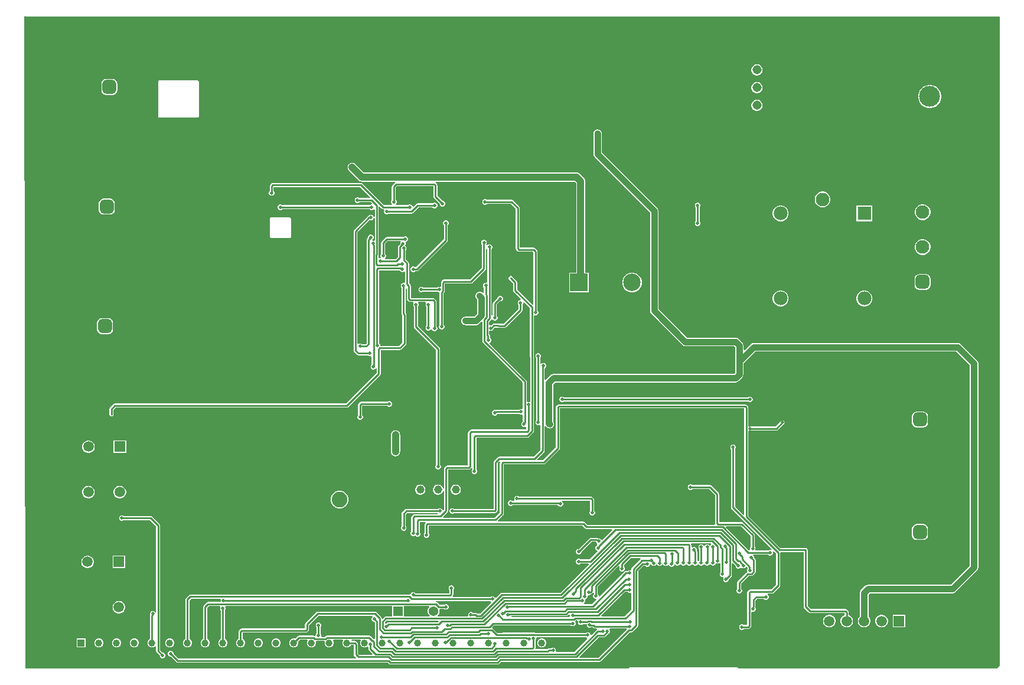
<source format=gbl>
G04*
G04 #@! TF.GenerationSoftware,Altium Limited,Altium Designer,25.2.1 (25)*
G04*
G04 Layer_Physical_Order=2*
G04 Layer_Color=16711680*
%FSLAX44Y44*%
%MOMM*%
G71*
G04*
G04 #@! TF.SameCoordinates,E3D469A8-3601-4E52-BDEA-DD632D880B34*
G04*
G04*
G04 #@! TF.FilePolarity,Positive*
G04*
G01*
G75*
%ADD17C,0.2540*%
%ADD118C,0.9000*%
%ADD123C,1.0000*%
%ADD125R,0.9850X0.9850*%
%ADD126C,0.9850*%
%ADD127C,1.1628*%
%ADD128R,1.1628X1.1628*%
%ADD129R,1.3700X1.3700*%
%ADD130C,1.3700*%
%ADD131C,1.5080*%
%ADD132R,1.5080X1.5080*%
%ADD133C,2.2500*%
%ADD134C,1.7550*%
%ADD135C,1.9500*%
G04:AMPARAMS|DCode=136|XSize=1.95mm|YSize=1.95mm|CornerRadius=0.4875mm|HoleSize=0mm|Usage=FLASHONLY|Rotation=90.000|XOffset=0mm|YOffset=0mm|HoleType=Round|Shape=RoundedRectangle|*
%AMROUNDEDRECTD136*
21,1,1.9500,0.9750,0,0,90.0*
21,1,0.9750,1.9500,0,0,90.0*
1,1,0.9750,0.4875,0.4875*
1,1,0.9750,0.4875,-0.4875*
1,1,0.9750,-0.4875,-0.4875*
1,1,0.9750,-0.4875,0.4875*
%
%ADD136ROUNDEDRECTD136*%
%ADD137R,1.4980X1.4980*%
%ADD138C,1.4980*%
%ADD139R,2.5000X2.5000*%
%ADD140C,2.5000*%
%ADD141R,1.9800X1.9800*%
%ADD142C,1.9350*%
%ADD143C,1.9800*%
%ADD144C,1.3080*%
%ADD145C,3.0000*%
%ADD146C,0.5000*%
%ADD147C,0.9000*%
%ADD148C,1.0000*%
%ADD149C,0.7000*%
%ADD150C,1.2700*%
%ADD151C,0.3000*%
%ADD152C,1.5000*%
%ADD153C,0.2540*%
G36*
X2540Y1475740D02*
X1398270D01*
X1398270Y544830D01*
X1394460Y541020D01*
X1023525D01*
Y541230D01*
X1023043Y542393D01*
X1021880Y542875D01*
X867880D01*
X866717Y542393D01*
X866235Y541230D01*
Y541020D01*
X1339D01*
X3Y1476291D01*
X1407Y1476873D01*
X2540Y1475740D01*
D02*
G37*
%LPC*%
G36*
X1051351Y1407600D02*
X1049229D01*
X1047179Y1407051D01*
X1045341Y1405990D01*
X1043840Y1404489D01*
X1042779Y1402651D01*
X1042230Y1400601D01*
Y1398479D01*
X1042779Y1396429D01*
X1043840Y1394591D01*
X1045341Y1393090D01*
X1047179Y1392029D01*
X1049229Y1391480D01*
X1051351D01*
X1053401Y1392029D01*
X1055239Y1393090D01*
X1056740Y1394591D01*
X1057801Y1396429D01*
X1058350Y1398479D01*
Y1400601D01*
X1057801Y1402651D01*
X1056740Y1404489D01*
X1055239Y1405990D01*
X1053401Y1407051D01*
X1051351Y1407600D01*
D02*
G37*
G36*
Y1382200D02*
X1049229D01*
X1047179Y1381651D01*
X1045341Y1380590D01*
X1043840Y1379089D01*
X1042779Y1377251D01*
X1042230Y1375201D01*
Y1373079D01*
X1042779Y1371029D01*
X1043840Y1369191D01*
X1045341Y1367690D01*
X1047179Y1366629D01*
X1049229Y1366080D01*
X1051351D01*
X1053401Y1366629D01*
X1055239Y1367690D01*
X1056740Y1369191D01*
X1057801Y1371029D01*
X1058350Y1373079D01*
Y1375201D01*
X1057801Y1377251D01*
X1056740Y1379089D01*
X1055239Y1380590D01*
X1053401Y1381651D01*
X1051351Y1382200D01*
D02*
G37*
G36*
X126795Y1386405D02*
X117045D01*
X114550Y1385909D01*
X112434Y1384496D01*
X111021Y1382380D01*
X110525Y1379885D01*
Y1370135D01*
X111021Y1367640D01*
X112434Y1365524D01*
X114550Y1364111D01*
X117045Y1363615D01*
X126795D01*
X129290Y1364111D01*
X131406Y1365524D01*
X132819Y1367640D01*
X133315Y1370135D01*
Y1379885D01*
X132819Y1382380D01*
X131406Y1384496D01*
X129290Y1385909D01*
X126795Y1386405D01*
D02*
G37*
G36*
X1299567Y1377960D02*
X1296313D01*
X1293121Y1377325D01*
X1290115Y1376080D01*
X1287409Y1374272D01*
X1285108Y1371971D01*
X1283300Y1369265D01*
X1282055Y1366259D01*
X1281420Y1363067D01*
Y1359813D01*
X1282055Y1356621D01*
X1283300Y1353615D01*
X1285108Y1350909D01*
X1287409Y1348608D01*
X1290115Y1346800D01*
X1293121Y1345555D01*
X1296313Y1344920D01*
X1299567D01*
X1302759Y1345555D01*
X1305765Y1346800D01*
X1308471Y1348608D01*
X1310772Y1350909D01*
X1312580Y1353615D01*
X1313825Y1356621D01*
X1314460Y1359813D01*
Y1363067D01*
X1313825Y1366259D01*
X1312580Y1369265D01*
X1310772Y1371971D01*
X1308471Y1374272D01*
X1305765Y1376080D01*
X1302759Y1377325D01*
X1299567Y1377960D01*
D02*
G37*
G36*
X1051351Y1356800D02*
X1049229D01*
X1047179Y1356251D01*
X1045341Y1355190D01*
X1043840Y1353689D01*
X1042779Y1351851D01*
X1042230Y1349801D01*
Y1347679D01*
X1042779Y1345629D01*
X1043840Y1343791D01*
X1045341Y1342290D01*
X1047179Y1341229D01*
X1049229Y1340680D01*
X1051351D01*
X1053401Y1341229D01*
X1055239Y1342290D01*
X1056740Y1343791D01*
X1057801Y1345629D01*
X1058350Y1347679D01*
Y1349801D01*
X1057801Y1351851D01*
X1056740Y1353689D01*
X1055239Y1355190D01*
X1053401Y1356251D01*
X1051351Y1356800D01*
D02*
G37*
G36*
X248539Y1384294D02*
X193421D01*
X192258Y1383812D01*
X191776Y1382649D01*
Y1332611D01*
X192258Y1331448D01*
X193421Y1330966D01*
X248539D01*
X249702Y1331448D01*
X250184Y1332611D01*
Y1382649D01*
X249702Y1383812D01*
X248539Y1384294D01*
D02*
G37*
G36*
X1145744Y1225035D02*
X1142796D01*
X1139949Y1224272D01*
X1137396Y1222798D01*
X1135312Y1220714D01*
X1133838Y1218161D01*
X1133075Y1215314D01*
Y1212366D01*
X1133838Y1209519D01*
X1135312Y1206966D01*
X1137396Y1204882D01*
X1139949Y1203408D01*
X1142796Y1202645D01*
X1145744D01*
X1148591Y1203408D01*
X1151144Y1204882D01*
X1153228Y1206966D01*
X1154702Y1209519D01*
X1155465Y1212366D01*
Y1215314D01*
X1154702Y1218161D01*
X1153228Y1220714D01*
X1151144Y1222798D01*
X1148591Y1224272D01*
X1145744Y1225035D01*
D02*
G37*
G36*
X122985Y1214955D02*
X113235D01*
X110740Y1214459D01*
X108624Y1213046D01*
X107211Y1210930D01*
X106715Y1208435D01*
Y1198685D01*
X107211Y1196190D01*
X108624Y1194074D01*
X110740Y1192661D01*
X113235Y1192165D01*
X122985D01*
X125480Y1192661D01*
X127596Y1194074D01*
X129009Y1196190D01*
X129505Y1198685D01*
Y1208435D01*
X129009Y1210930D01*
X127596Y1213046D01*
X125480Y1214459D01*
X122985Y1214955D01*
D02*
G37*
G36*
X1289264Y1206810D02*
X1286296D01*
X1283430Y1206042D01*
X1280860Y1204558D01*
X1278762Y1202460D01*
X1277278Y1199890D01*
X1276510Y1197024D01*
Y1194056D01*
X1277278Y1191190D01*
X1278762Y1188620D01*
X1280860Y1186522D01*
X1283430Y1185038D01*
X1286296Y1184270D01*
X1289264D01*
X1292130Y1185038D01*
X1294700Y1186522D01*
X1296798Y1188620D01*
X1298282Y1191190D01*
X1299050Y1194056D01*
Y1197024D01*
X1298282Y1199890D01*
X1296798Y1202460D01*
X1294700Y1204558D01*
X1292130Y1206042D01*
X1289264Y1206810D01*
D02*
G37*
G36*
X1215690Y1205260D02*
X1192850D01*
Y1182420D01*
X1215690D01*
Y1205260D01*
D02*
G37*
G36*
X1085773D02*
X1082766D01*
X1079862Y1204482D01*
X1077258Y1202978D01*
X1075132Y1200852D01*
X1073628Y1198248D01*
X1072850Y1195343D01*
Y1192337D01*
X1073628Y1189432D01*
X1075132Y1186828D01*
X1077258Y1184702D01*
X1079862Y1183198D01*
X1082766Y1182420D01*
X1085773D01*
X1088678Y1183198D01*
X1091282Y1184702D01*
X1093408Y1186828D01*
X1094912Y1189432D01*
X1095690Y1192337D01*
Y1195343D01*
X1094912Y1198248D01*
X1093408Y1200852D01*
X1091282Y1202978D01*
X1088678Y1204482D01*
X1085773Y1205260D01*
D02*
G37*
G36*
X966000Y1209250D02*
X964400D01*
X962923Y1208638D01*
X961792Y1207507D01*
X961180Y1206030D01*
Y1204430D01*
X961792Y1202953D01*
X962355Y1202390D01*
Y1182671D01*
X961792Y1182107D01*
X961180Y1180630D01*
Y1179030D01*
X961792Y1177553D01*
X962923Y1176422D01*
X964400Y1175810D01*
X966000D01*
X967477Y1176422D01*
X968608Y1177553D01*
X969220Y1179030D01*
Y1180630D01*
X968608Y1182107D01*
X968045Y1182671D01*
Y1202390D01*
X968608Y1202953D01*
X969220Y1204430D01*
Y1206030D01*
X968608Y1207507D01*
X967477Y1208638D01*
X966000Y1209250D01*
D02*
G37*
G36*
X380530Y1188125D02*
X353530D01*
X352367Y1187643D01*
X351885Y1186480D01*
Y1160480D01*
X352367Y1159317D01*
X353530Y1158835D01*
X380530D01*
X381693Y1159317D01*
X382175Y1160480D01*
Y1186480D01*
X381693Y1187643D01*
X380530Y1188125D01*
D02*
G37*
G36*
X1289264Y1156810D02*
X1286296D01*
X1283430Y1156042D01*
X1280860Y1154558D01*
X1278762Y1152460D01*
X1277278Y1149890D01*
X1276510Y1147024D01*
Y1144056D01*
X1277278Y1141190D01*
X1278762Y1138620D01*
X1280860Y1136522D01*
X1283430Y1135038D01*
X1286296Y1134270D01*
X1289264D01*
X1292130Y1135038D01*
X1294700Y1136522D01*
X1296798Y1138620D01*
X1298282Y1141190D01*
X1299050Y1144056D01*
Y1147024D01*
X1298282Y1149890D01*
X1296798Y1152460D01*
X1294700Y1154558D01*
X1292130Y1156042D01*
X1289264Y1156810D01*
D02*
G37*
G36*
X605170Y1183850D02*
X603570D01*
X602093Y1183238D01*
X600962Y1182107D01*
X600350Y1180630D01*
Y1179030D01*
X600962Y1177553D01*
X601525Y1176990D01*
Y1156728D01*
X561432Y1116635D01*
X560370D01*
X559807Y1117198D01*
X558330Y1117810D01*
X556730D01*
X555253Y1117198D01*
X554122Y1116067D01*
X553510Y1114590D01*
Y1112990D01*
X554122Y1111513D01*
X555253Y1110382D01*
X556730Y1109770D01*
X558330D01*
X559807Y1110382D01*
X560370Y1110945D01*
X562610D01*
X563699Y1111162D01*
X564622Y1111778D01*
X606381Y1153539D01*
X606998Y1154461D01*
X607215Y1155550D01*
Y1176990D01*
X607778Y1177553D01*
X608390Y1179030D01*
Y1180630D01*
X607778Y1182107D01*
X606647Y1183238D01*
X605170Y1183850D01*
D02*
G37*
G36*
X1292655Y1106936D02*
X1282905D01*
X1280410Y1106439D01*
X1278294Y1105026D01*
X1276881Y1102910D01*
X1276385Y1100415D01*
Y1090665D01*
X1276881Y1088170D01*
X1278294Y1086055D01*
X1280410Y1084641D01*
X1282905Y1084145D01*
X1292655D01*
X1295150Y1084641D01*
X1297266Y1086055D01*
X1298679Y1088170D01*
X1299175Y1090665D01*
Y1100415D01*
X1298679Y1102910D01*
X1297266Y1105026D01*
X1295150Y1106439D01*
X1292655Y1106936D01*
D02*
G37*
G36*
X872966Y1108760D02*
X869274D01*
X865708Y1107805D01*
X862512Y1105959D01*
X859901Y1103348D01*
X858055Y1100152D01*
X857100Y1096586D01*
Y1092894D01*
X858055Y1089329D01*
X859901Y1086132D01*
X862512Y1083521D01*
X865708Y1081675D01*
X869274Y1080720D01*
X872966D01*
X876532Y1081675D01*
X879728Y1083521D01*
X882339Y1086132D01*
X884185Y1089329D01*
X885140Y1092894D01*
Y1096586D01*
X884185Y1100152D01*
X882339Y1103348D01*
X879728Y1105959D01*
X876532Y1107805D01*
X872966Y1108760D01*
D02*
G37*
G36*
X469900Y1266416D02*
X469473Y1266360D01*
X469042D01*
X468625Y1266248D01*
X468198Y1266192D01*
X467800Y1266027D01*
X467383Y1265916D01*
X467010Y1265700D01*
X466612Y1265535D01*
X466270Y1265273D01*
X465897Y1265057D01*
X465592Y1264753D01*
X465250Y1264490D01*
X464987Y1264148D01*
X464683Y1263843D01*
X464467Y1263470D01*
X464205Y1263128D01*
X464040Y1262730D01*
X463824Y1262357D01*
X463713Y1261940D01*
X463548Y1261542D01*
X463492Y1261115D01*
X463380Y1260698D01*
Y1260267D01*
X463324Y1259840D01*
X463380Y1259413D01*
Y1258982D01*
X463492Y1258565D01*
X463548Y1258138D01*
X463713Y1257740D01*
X463824Y1257323D01*
X464040Y1256950D01*
X464205Y1256552D01*
X464467Y1256210D01*
X464683Y1255837D01*
X464987Y1255532D01*
X465250Y1255190D01*
X479220Y1241220D01*
X479220Y1241220D01*
X480582Y1240175D01*
X482168Y1239518D01*
X483870Y1239294D01*
X531090D01*
X531551Y1237774D01*
X531218Y1237551D01*
X527579Y1233912D01*
X526962Y1232989D01*
X526745Y1231900D01*
Y1213150D01*
X526182Y1212587D01*
X525570Y1211110D01*
Y1209510D01*
X526182Y1208033D01*
X527160Y1207055D01*
X527059Y1206340D01*
X526694Y1205535D01*
X515528D01*
X484612Y1236451D01*
X483689Y1237068D01*
X482600Y1237285D01*
X356018D01*
X354929Y1237068D01*
X354006Y1236451D01*
X352519Y1234964D01*
X351902Y1234041D01*
X351685Y1232952D01*
Y1226050D01*
X351122Y1225487D01*
X350510Y1224010D01*
Y1222410D01*
X351122Y1220933D01*
X352253Y1219802D01*
X353730Y1219190D01*
X355330D01*
X356807Y1219802D01*
X357938Y1220933D01*
X358550Y1222410D01*
Y1224010D01*
X357938Y1225487D01*
X357375Y1226050D01*
Y1231595D01*
X481422D01*
X495918Y1217099D01*
X495336Y1215695D01*
X480360D01*
X479797Y1216258D01*
X478320Y1216870D01*
X476720D01*
X475243Y1216258D01*
X474112Y1215127D01*
X473500Y1213650D01*
Y1212050D01*
X474112Y1210573D01*
X475243Y1209442D01*
X476720Y1208830D01*
X478320D01*
X479797Y1209442D01*
X480360Y1210005D01*
X496662D01*
X498437Y1208230D01*
X497807Y1206710D01*
X497040D01*
X495563Y1206098D01*
X495000Y1205535D01*
X369870D01*
X369307Y1206098D01*
X367830Y1206710D01*
X366230D01*
X364753Y1206098D01*
X363622Y1204967D01*
X363010Y1203490D01*
Y1201890D01*
X363622Y1200413D01*
X364753Y1199282D01*
X366230Y1198670D01*
X367830D01*
X369307Y1199282D01*
X369870Y1199845D01*
X495000D01*
X495563Y1199282D01*
X497040Y1198670D01*
X498640D01*
X500117Y1199282D01*
X500805Y1199970D01*
X502325Y1199344D01*
Y1188814D01*
X500908Y1188567D01*
X500295Y1190045D01*
X499165Y1191176D01*
X497687Y1191787D01*
X496088D01*
X494610Y1191176D01*
X493972Y1190538D01*
X493259Y1190396D01*
X492336Y1189779D01*
X472719Y1170162D01*
X472102Y1169239D01*
X471885Y1168150D01*
Y997200D01*
X472102Y996111D01*
X472719Y995189D01*
X476778Y991128D01*
X477701Y990512D01*
X478790Y990295D01*
X492459D01*
X493023Y989732D01*
X494500Y989120D01*
X496100D01*
X496225Y989172D01*
X497745Y988156D01*
Y977141D01*
X496972Y976367D01*
X496360Y974890D01*
Y973290D01*
X496972Y971813D01*
X498103Y970682D01*
X499580Y970070D01*
X501180D01*
X502657Y970682D01*
X503635Y971660D01*
X504350Y971559D01*
X505155Y971194D01*
Y965108D01*
X461102Y921055D01*
X129699D01*
X128611Y920838D01*
X127688Y920221D01*
X122767Y915301D01*
X122151Y914378D01*
X121934Y913289D01*
Y905510D01*
X121989Y905235D01*
Y904955D01*
X122096Y904696D01*
X122151Y904421D01*
X122306Y904188D01*
X122414Y903930D01*
X122612Y903732D01*
X122767Y903499D01*
X123000Y903343D01*
X123198Y903145D01*
X123457Y903038D01*
X123690Y902882D01*
X123965Y902827D01*
X124224Y902720D01*
X124504D01*
X124779Y902665D01*
X125054Y902720D01*
X125334D01*
X125593Y902827D01*
X125868Y902882D01*
X126101Y903038D01*
X126359Y903145D01*
X126558Y903343D01*
X126790Y903499D01*
X126946Y903732D01*
X127144Y903930D01*
X127251Y904188D01*
X127407Y904421D01*
X127462Y904696D01*
X127569Y904955D01*
Y905235D01*
X127624Y905510D01*
Y912111D01*
X130878Y915365D01*
X462280D01*
X463369Y915582D01*
X464291Y916199D01*
X510011Y961918D01*
X510628Y962841D01*
X510845Y963930D01*
Y997915D01*
X538480D01*
X539569Y998132D01*
X540491Y998748D01*
X546842Y1005098D01*
X547458Y1006021D01*
X547675Y1007110D01*
Y1048895D01*
X547458Y1049984D01*
X546842Y1050907D01*
X546555Y1051193D01*
Y1085974D01*
X546815Y1086171D01*
X548335Y1085416D01*
Y1071078D01*
X548552Y1069989D01*
X549169Y1069066D01*
X550656Y1067579D01*
X551579Y1066962D01*
X552668Y1066745D01*
X557261D01*
X557932Y1065267D01*
X557320Y1063790D01*
Y1062190D01*
X557932Y1060713D01*
X558495Y1060150D01*
Y1031240D01*
X558712Y1030151D01*
X559328Y1029229D01*
X590245Y998312D01*
Y833420D01*
X589682Y832857D01*
X589070Y831380D01*
Y829780D01*
X589682Y828303D01*
X590813Y827172D01*
X592290Y826560D01*
X593890D01*
X595367Y827172D01*
X596498Y828303D01*
X597110Y829780D01*
Y831380D01*
X596498Y832857D01*
X595935Y833420D01*
Y999490D01*
X595718Y1000579D01*
X595102Y1001501D01*
X564185Y1032418D01*
Y1060150D01*
X564748Y1060713D01*
X565360Y1062190D01*
Y1063790D01*
X564748Y1065267D01*
X565419Y1066745D01*
X575041D01*
X575712Y1065267D01*
X575100Y1063790D01*
Y1062190D01*
X575712Y1060713D01*
X576275Y1060150D01*
Y1032811D01*
X575712Y1032247D01*
X575100Y1030770D01*
Y1029170D01*
X575712Y1027693D01*
X576843Y1026562D01*
X578320Y1025950D01*
X579920D01*
X581397Y1026562D01*
X582528Y1027693D01*
X582542Y1027727D01*
X582935Y1027774D01*
X584125Y1027575D01*
X584602Y1026423D01*
X585733Y1025292D01*
X587210Y1024680D01*
X588810D01*
X590287Y1025292D01*
X591418Y1026423D01*
X592030Y1027900D01*
Y1029500D01*
X591418Y1030977D01*
X590855Y1031541D01*
Y1067852D01*
X590638Y1068941D01*
X590022Y1069864D01*
X588284Y1071601D01*
X587361Y1072218D01*
X586272Y1072435D01*
X554025D01*
Y1090072D01*
X553808Y1091160D01*
X553191Y1092083D01*
X551485Y1093790D01*
Y1122201D01*
X551268Y1123290D01*
X550652Y1124213D01*
X546725Y1128139D01*
Y1140906D01*
X547288Y1141469D01*
X547900Y1142947D01*
Y1144546D01*
X547288Y1146024D01*
X546899Y1146413D01*
X546241Y1147905D01*
X546853Y1149382D01*
Y1150982D01*
X546650Y1151473D01*
X546869Y1152858D01*
X547445Y1153223D01*
X548368Y1153605D01*
X549499Y1154736D01*
X550111Y1156214D01*
Y1157813D01*
X549499Y1159290D01*
X548368Y1160421D01*
X546891Y1161033D01*
X545292D01*
X543814Y1160421D01*
X543251Y1159858D01*
X519595D01*
X518507Y1159641D01*
X517584Y1159025D01*
X512338Y1153780D01*
X511722Y1152857D01*
X511505Y1151768D01*
Y1135680D01*
X510942Y1135117D01*
X510330Y1133640D01*
Y1132040D01*
X510751Y1131024D01*
X509996Y1129603D01*
X508716Y1129388D01*
X507495Y1130204D01*
Y1133641D01*
X507798Y1134095D01*
X508015Y1135183D01*
Y1203016D01*
X509419Y1203598D01*
X512338Y1200678D01*
X513261Y1200062D01*
X514350Y1199845D01*
X515101D01*
X515471Y1199351D01*
X515901Y1198325D01*
X515410Y1197140D01*
Y1195540D01*
X516022Y1194063D01*
X517153Y1192932D01*
X518630Y1192320D01*
X520230D01*
X521707Y1192932D01*
X522271Y1193495D01*
X554990D01*
X556079Y1193712D01*
X557001Y1194329D01*
X565058Y1202385D01*
X585169D01*
X585733Y1201822D01*
X587210Y1201210D01*
X588810D01*
X590287Y1201822D01*
X591418Y1202953D01*
X592030Y1204430D01*
Y1206030D01*
X591418Y1207507D01*
X590287Y1208638D01*
X588810Y1209250D01*
X587210D01*
X585733Y1208638D01*
X585169Y1208075D01*
X563880D01*
X562791Y1207858D01*
X561869Y1207242D01*
X557990Y1203363D01*
X557459Y1203407D01*
X556323Y1203845D01*
X555858Y1204967D01*
X554727Y1206098D01*
X553250Y1206710D01*
X551650D01*
X550173Y1206098D01*
X549609Y1205535D01*
X532486D01*
X532121Y1206340D01*
X532020Y1207055D01*
X532998Y1208033D01*
X533610Y1209510D01*
Y1211110D01*
X532998Y1212587D01*
X532435Y1213150D01*
Y1230722D01*
X534408Y1232695D01*
X586435D01*
Y1217930D01*
X586652Y1216841D01*
X587268Y1215919D01*
X595420Y1207767D01*
Y1206970D01*
X596032Y1205493D01*
X597163Y1204362D01*
X598640Y1203750D01*
X600240D01*
X601717Y1204362D01*
X602848Y1205493D01*
X603460Y1206970D01*
Y1208570D01*
X602848Y1210047D01*
X601717Y1211178D01*
X600240Y1211790D01*
X599443D01*
X592125Y1219108D01*
Y1234052D01*
X591908Y1235141D01*
X591292Y1236064D01*
X589804Y1237551D01*
X589471Y1237774D01*
X589932Y1239294D01*
X788978D01*
X790984Y1237288D01*
Y1108760D01*
X781100D01*
Y1080720D01*
X809140D01*
Y1108760D01*
X804136D01*
Y1240012D01*
X804136Y1240012D01*
X803912Y1241714D01*
X803255Y1243300D01*
X802210Y1244662D01*
X796352Y1250520D01*
X794990Y1251565D01*
X793404Y1252222D01*
X791702Y1252446D01*
X791702Y1252446D01*
X486594D01*
X474550Y1264490D01*
X474208Y1264753D01*
X473903Y1265057D01*
X473530Y1265273D01*
X473188Y1265535D01*
X472790Y1265700D01*
X472417Y1265916D01*
X472000Y1266027D01*
X471602Y1266192D01*
X471175Y1266248D01*
X470758Y1266360D01*
X470327D01*
X469900Y1266416D01*
D02*
G37*
G36*
X1205773Y1083260D02*
X1202766D01*
X1199862Y1082482D01*
X1197258Y1080978D01*
X1195132Y1078852D01*
X1193628Y1076248D01*
X1192850Y1073344D01*
Y1070337D01*
X1193628Y1067432D01*
X1195132Y1064828D01*
X1197258Y1062702D01*
X1199862Y1061198D01*
X1202766Y1060420D01*
X1205773D01*
X1208678Y1061198D01*
X1211282Y1062702D01*
X1213408Y1064828D01*
X1214912Y1067432D01*
X1215690Y1070337D01*
Y1073344D01*
X1214912Y1076248D01*
X1213408Y1078852D01*
X1211282Y1080978D01*
X1208678Y1082482D01*
X1205773Y1083260D01*
D02*
G37*
G36*
X1085773D02*
X1082766D01*
X1079862Y1082482D01*
X1077258Y1080978D01*
X1075132Y1078852D01*
X1073628Y1076248D01*
X1072850Y1073344D01*
Y1070337D01*
X1073628Y1067432D01*
X1075132Y1064828D01*
X1077258Y1062702D01*
X1079862Y1061198D01*
X1082766Y1060420D01*
X1085773D01*
X1088678Y1061198D01*
X1091282Y1062702D01*
X1093408Y1064828D01*
X1094912Y1067432D01*
X1095690Y1070337D01*
Y1073344D01*
X1094912Y1076248D01*
X1093408Y1078852D01*
X1091282Y1080978D01*
X1088678Y1082482D01*
X1085773Y1083260D01*
D02*
G37*
G36*
X821690Y1314238D02*
X821097Y1314120D01*
X820492D01*
X819934Y1313889D01*
X819341Y1313771D01*
X818839Y1313435D01*
X818280Y1313203D01*
X817852Y1312776D01*
X817350Y1312440D01*
X817014Y1311938D01*
X816587Y1311510D01*
X816355Y1310952D01*
X816019Y1310449D01*
X815901Y1309856D01*
X815670Y1309297D01*
Y1308693D01*
X815552Y1308100D01*
Y1279082D01*
X816019Y1276733D01*
X817350Y1274742D01*
X896832Y1195260D01*
Y1054100D01*
X897299Y1051751D01*
X898630Y1049760D01*
X943080Y1005310D01*
X945071Y1003979D01*
X947420Y1003512D01*
X1017076D01*
X1018752Y1001835D01*
Y983615D01*
Y965395D01*
X1017076Y963718D01*
X758382D01*
X756033Y963251D01*
X754042Y961920D01*
X747500Y955378D01*
X747315Y955101D01*
X745795Y955562D01*
Y971661D01*
X746497Y971952D01*
X747628Y973083D01*
X748240Y974560D01*
Y976160D01*
X747628Y977637D01*
X746497Y978768D01*
X745020Y979380D01*
X743420D01*
X741943Y978768D01*
X740965Y977790D01*
X740250Y977891D01*
X739445Y978256D01*
Y986489D01*
X740008Y987053D01*
X740620Y988530D01*
Y990130D01*
X740008Y991607D01*
X738877Y992738D01*
X737400Y993350D01*
X735800D01*
X734323Y992738D01*
X733192Y991607D01*
X732580Y990130D01*
Y988530D01*
X733192Y987053D01*
X733755Y986489D01*
Y896920D01*
X733192Y896357D01*
X732580Y894880D01*
Y893280D01*
X733192Y891803D01*
X734323Y890672D01*
X735800Y890060D01*
X737400D01*
X738585Y890551D01*
X739611Y890121D01*
X740105Y889751D01*
Y854618D01*
X730342Y844855D01*
X680720D01*
X679631Y844638D01*
X678708Y844022D01*
X673628Y838941D01*
X673012Y838019D01*
X672795Y836930D01*
Y769925D01*
X616250D01*
X615687Y770488D01*
X614210Y771100D01*
X612610D01*
X611133Y770488D01*
X610002Y769357D01*
X609390Y767880D01*
Y766280D01*
X610002Y764803D01*
X611133Y763672D01*
X612610Y763060D01*
X614210D01*
X615687Y763672D01*
X616250Y764235D01*
X674152D01*
X675241Y764452D01*
X676164Y765069D01*
X677652Y766556D01*
X678268Y767479D01*
X678485Y768568D01*
Y835752D01*
X680864Y838131D01*
X681110Y838082D01*
X681902Y836531D01*
X681685Y835442D01*
Y764448D01*
X674462Y757225D01*
X600837D01*
X600208Y758745D01*
X606531Y765069D01*
X607148Y765991D01*
X607365Y767080D01*
Y826465D01*
X637322D01*
X638411Y826682D01*
X639334Y827299D01*
X640453Y828418D01*
X641972Y827931D01*
X642109Y826864D01*
X641752Y826507D01*
X641140Y825030D01*
Y823430D01*
X641752Y821953D01*
X642883Y820822D01*
X644360Y820210D01*
X645960D01*
X647437Y820822D01*
X648568Y821953D01*
X649180Y823430D01*
Y825030D01*
X648568Y826507D01*
X648005Y827070D01*
Y872185D01*
X721360D01*
X722449Y872402D01*
X723372Y873018D01*
X729931Y879578D01*
X730548Y880501D01*
X730765Y881590D01*
Y988129D01*
X730548Y989218D01*
X730345Y989522D01*
Y1046576D01*
X731865Y1047592D01*
X731990Y1047540D01*
X733590D01*
X735067Y1048152D01*
X736198Y1049283D01*
X736810Y1050760D01*
Y1052360D01*
X736198Y1053837D01*
X735635Y1054400D01*
Y1139190D01*
X735418Y1140279D01*
X734801Y1141201D01*
X732262Y1143742D01*
X731339Y1144358D01*
X730250Y1144575D01*
X710235D01*
Y1201420D01*
X710018Y1202509D01*
X709401Y1203431D01*
X700511Y1212321D01*
X699589Y1212938D01*
X698500Y1213155D01*
X663241D01*
X662677Y1213718D01*
X661200Y1214330D01*
X659600D01*
X658123Y1213718D01*
X656992Y1212587D01*
X656380Y1211110D01*
Y1209510D01*
X656992Y1208033D01*
X658123Y1206902D01*
X659600Y1206290D01*
X661200D01*
X662677Y1206902D01*
X663241Y1207465D01*
X697322D01*
X704545Y1200242D01*
Y1143218D01*
X704762Y1142129D01*
X705378Y1141206D01*
X706866Y1139718D01*
X707789Y1139102D01*
X708878Y1138885D01*
X729072D01*
X729945Y1138012D01*
Y1063117D01*
X728425Y1062488D01*
X706425Y1084488D01*
Y1094740D01*
X706208Y1095829D01*
X705592Y1096751D01*
X699966Y1102377D01*
X699790Y1102801D01*
X698941Y1103650D01*
X697831Y1104110D01*
X696629D01*
X695519Y1103650D01*
X694670Y1102801D01*
X694210Y1101691D01*
Y1100489D01*
X694670Y1099379D01*
X695519Y1098530D01*
X695943Y1098354D01*
X700735Y1093562D01*
Y1083310D01*
X700952Y1082221D01*
X701569Y1081299D01*
X711797Y1071070D01*
X711167Y1069550D01*
X710400D01*
X708923Y1068938D01*
X707792Y1067807D01*
X707180Y1066330D01*
Y1064730D01*
X707792Y1063253D01*
X708355Y1062690D01*
Y1056687D01*
X687023Y1035355D01*
X681021D01*
X680499Y1035704D01*
X679410Y1035920D01*
X673061D01*
X671973Y1035704D01*
X671050Y1035087D01*
X669387Y1033424D01*
X667925D01*
X667799Y1033372D01*
X666279Y1034388D01*
Y1038635D01*
X668762Y1041117D01*
X669244Y1041839D01*
X670098Y1041945D01*
X670888Y1041841D01*
X670962Y1041663D01*
X672093Y1040532D01*
X673570Y1039920D01*
X675170D01*
X676647Y1040532D01*
X677778Y1041663D01*
X678390Y1043140D01*
Y1044740D01*
X677778Y1046217D01*
X677215Y1046780D01*
Y1063082D01*
X681673Y1067540D01*
X682971D01*
X684448Y1068152D01*
X685579Y1069283D01*
X686191Y1070760D01*
Y1072360D01*
X685579Y1073837D01*
X684448Y1074968D01*
X682971Y1075580D01*
X681372D01*
X679894Y1074968D01*
X678763Y1073837D01*
X678151Y1072360D01*
Y1072064D01*
X672358Y1066272D01*
X671742Y1065349D01*
X671525Y1064260D01*
Y1047758D01*
X671115Y1047289D01*
X670322Y1047465D01*
X669595Y1048078D01*
Y1142700D01*
X670158Y1143263D01*
X670770Y1144740D01*
Y1146340D01*
X670158Y1147817D01*
X669027Y1148948D01*
X667550Y1149560D01*
X665950D01*
X664473Y1148948D01*
X663715Y1148190D01*
X662196Y1148537D01*
X662122Y1148584D01*
X662008Y1149373D01*
X662298Y1149663D01*
X662910Y1151140D01*
Y1152740D01*
X662298Y1154217D01*
X661167Y1155348D01*
X659690Y1155960D01*
X658090D01*
X656613Y1155348D01*
X655482Y1154217D01*
X654870Y1152740D01*
Y1151140D01*
X655482Y1149663D01*
X656035Y1149109D01*
Y1115988D01*
X638902Y1098855D01*
X601438D01*
X600349Y1098638D01*
X599426Y1098021D01*
X597938Y1096534D01*
X597322Y1095611D01*
X597105Y1094522D01*
Y1089564D01*
X595585Y1088548D01*
X595460Y1088600D01*
X593860D01*
X592383Y1087988D01*
X591819Y1087425D01*
X571800D01*
X571237Y1087988D01*
X569760Y1088600D01*
X568160D01*
X566683Y1087988D01*
X565552Y1086857D01*
X564940Y1085380D01*
Y1083780D01*
X565552Y1082303D01*
X566683Y1081172D01*
X568160Y1080560D01*
X569760D01*
X571237Y1081172D01*
X571800Y1081735D01*
X591819D01*
X592383Y1081172D01*
X593860Y1080560D01*
X595325D01*
Y1034030D01*
X594762Y1033467D01*
X594150Y1031990D01*
Y1030390D01*
X594762Y1028913D01*
X595893Y1027782D01*
X597370Y1027170D01*
X598970D01*
X600447Y1027782D01*
X601578Y1028913D01*
X602190Y1030390D01*
Y1031990D01*
X601578Y1033467D01*
X601015Y1034030D01*
Y1079430D01*
X601962Y1080377D01*
X602578Y1081300D01*
X602795Y1082389D01*
Y1093165D01*
X640080D01*
X641169Y1093382D01*
X642092Y1093998D01*
X660891Y1112798D01*
X661508Y1113721D01*
X661725Y1114810D01*
Y1142186D01*
X663245Y1142855D01*
X663905Y1142250D01*
Y1095533D01*
X662385Y1094517D01*
X662230Y1094582D01*
X660630D01*
X659153Y1093970D01*
X658022Y1092839D01*
X657410Y1091361D01*
Y1089762D01*
X658022Y1088285D01*
X658585Y1087721D01*
Y1080551D01*
X657733Y1080198D01*
X657065Y1080067D01*
X656618Y1080366D01*
X656190Y1080794D01*
X655631Y1081025D01*
X655129Y1081361D01*
X654536Y1081479D01*
X653978Y1081710D01*
X653373D01*
X652780Y1081828D01*
X652187Y1081710D01*
X651582D01*
X651024Y1081479D01*
X650431Y1081361D01*
X649929Y1081025D01*
X649370Y1080794D01*
X648942Y1080366D01*
X648440Y1080030D01*
X648104Y1079528D01*
X647676Y1079100D01*
X647445Y1078541D01*
X647109Y1078039D01*
X646991Y1077446D01*
X646760Y1076888D01*
Y1076283D01*
X646642Y1075690D01*
X646760Y1075097D01*
Y1074492D01*
X646991Y1073934D01*
X647109Y1073341D01*
X647445Y1072839D01*
X647676Y1072280D01*
X648104Y1071852D01*
X648440Y1071350D01*
X649182Y1070608D01*
Y1050292D01*
X644737Y1045848D01*
X632460D01*
X631867Y1045730D01*
X631263D01*
X630704Y1045499D01*
X630111Y1045381D01*
X629608Y1045045D01*
X629050Y1044813D01*
X628623Y1044386D01*
X628120Y1044050D01*
X627784Y1043547D01*
X627356Y1043120D01*
X627125Y1042561D01*
X626789Y1042059D01*
X626671Y1041466D01*
X626440Y1040907D01*
Y1040303D01*
X626322Y1039710D01*
X626440Y1039117D01*
Y1038512D01*
X626671Y1037954D01*
X626789Y1037361D01*
X627125Y1036858D01*
X627356Y1036300D01*
X627784Y1035872D01*
X628120Y1035370D01*
X628623Y1035034D01*
X629050Y1034606D01*
X629608Y1034375D01*
X630111Y1034039D01*
X630704Y1033921D01*
X631263Y1033690D01*
X631867D01*
X632460Y1033572D01*
X647280D01*
X649629Y1034039D01*
X651620Y1035370D01*
X655125Y1038875D01*
X656530Y1038293D01*
Y1010569D01*
X656746Y1009481D01*
X657363Y1008558D01*
X714495Y951425D01*
Y914304D01*
X712975Y913288D01*
X712850Y913340D01*
X711250D01*
X709773Y912728D01*
X709210Y912165D01*
X676306D01*
X675384Y911981D01*
X675170Y912070D01*
X673570D01*
X672093Y911458D01*
X670962Y910327D01*
X670350Y908850D01*
Y907250D01*
X670962Y905773D01*
X672093Y904642D01*
X673570Y904030D01*
X675170D01*
X676647Y904642D01*
X677778Y905773D01*
X678069Y906475D01*
X709210D01*
X709773Y905912D01*
X711250Y905300D01*
X712850D01*
X712975Y905352D01*
X714495Y904336D01*
Y895315D01*
X714345Y895090D01*
X714003Y894948D01*
X712872Y893817D01*
X712260Y892340D01*
Y890740D01*
X712872Y889263D01*
X714003Y888132D01*
X715480Y887520D01*
X717080D01*
X718265Y888011D01*
X719291Y887581D01*
X719785Y887210D01*
Y883921D01*
X641046D01*
X639957Y883704D01*
X639034Y883087D01*
X636799Y880852D01*
X636182Y879929D01*
X635965Y878840D01*
Y832155D01*
X606008D01*
X604919Y831938D01*
X603996Y831321D01*
X602509Y829834D01*
X601892Y828911D01*
X601675Y827822D01*
Y799728D01*
X600155Y799528D01*
X599924Y800391D01*
X598959Y802063D01*
X597593Y803429D01*
X595921Y804394D01*
X594055Y804894D01*
X592124D01*
X590259Y804394D01*
X588587Y803429D01*
X587221Y802063D01*
X586256Y800391D01*
X585756Y798525D01*
Y796594D01*
X586256Y794729D01*
X587221Y793057D01*
X588587Y791691D01*
X590259Y790726D01*
X592124Y790226D01*
X594055D01*
X595921Y790726D01*
X597593Y791691D01*
X598959Y793057D01*
X599924Y794729D01*
X600155Y795592D01*
X601675Y795392D01*
Y769072D01*
X601171Y768452D01*
X600907Y768296D01*
X599240Y768871D01*
X599038Y769357D01*
X597907Y770488D01*
X596430Y771100D01*
X594830D01*
X593353Y770488D01*
X592789Y769925D01*
X547370D01*
X546281Y769708D01*
X545359Y769091D01*
X541809Y765542D01*
X541192Y764619D01*
X540975Y763530D01*
Y745530D01*
X540412Y744967D01*
X539800Y743490D01*
Y741890D01*
X540412Y740413D01*
X541543Y739282D01*
X543020Y738670D01*
X544620D01*
X546097Y739282D01*
X547228Y740413D01*
X547840Y741890D01*
Y743490D01*
X547228Y744967D01*
X546665Y745530D01*
Y762352D01*
X548548Y764235D01*
X591812D01*
X592281Y763825D01*
X592105Y763032D01*
X591492Y762305D01*
X559018D01*
X557929Y762088D01*
X557006Y761471D01*
X555474Y759939D01*
X554857Y759016D01*
X554640Y757927D01*
Y738170D01*
X554077Y737607D01*
X553465Y736130D01*
Y734530D01*
X554077Y733053D01*
X555208Y731922D01*
X556685Y731310D01*
X558285D01*
X559762Y731922D01*
X559764Y731924D01*
X560472Y731783D01*
X561603Y730652D01*
X563080Y730040D01*
X564680D01*
X566157Y730652D01*
X567288Y731783D01*
X567900Y733260D01*
Y734860D01*
X567288Y736337D01*
X566725Y736900D01*
Y751535D01*
X574520D01*
X575149Y750015D01*
X574568Y749435D01*
X573952Y748512D01*
X573735Y747423D01*
Y735630D01*
X573172Y735067D01*
X572560Y733590D01*
Y731990D01*
X573172Y730513D01*
X574303Y729382D01*
X575780Y728770D01*
X577380D01*
X578857Y729382D01*
X579988Y730513D01*
X580600Y731990D01*
Y733590D01*
X579988Y735067D01*
X579425Y735630D01*
Y746066D01*
X799946D01*
X803823Y742189D01*
X804746Y741572D01*
X805835Y741355D01*
X842098D01*
X842679Y739951D01*
X828423Y725695D01*
X826630Y726051D01*
X826578Y726177D01*
X825447Y727308D01*
X823970Y727920D01*
X822468D01*
X821663Y728458D01*
X820575Y728674D01*
X811980D01*
X810891Y728458D01*
X809968Y727841D01*
X794807Y712680D01*
X794010D01*
X792533Y712068D01*
X791402Y710937D01*
X790790Y709460D01*
Y707860D01*
X791402Y706383D01*
X792533Y705252D01*
X794010Y704640D01*
X795610D01*
X797087Y705252D01*
X798218Y706383D01*
X798830Y707860D01*
Y708657D01*
X813158Y722985D01*
X819198D01*
X819762Y721623D01*
X820893Y720492D01*
X821019Y720440D01*
X821400Y719293D01*
X821422Y718628D01*
X820938Y717904D01*
X820923Y717827D01*
X820158Y717510D01*
X819027Y716379D01*
X818415Y714902D01*
Y713303D01*
X819027Y711825D01*
X820158Y710694D01*
X821059Y710321D01*
X821566Y708678D01*
X810423Y697535D01*
X797651D01*
X797087Y698098D01*
X795610Y698710D01*
X794010D01*
X792533Y698098D01*
X791402Y696967D01*
X790790Y695490D01*
Y693890D01*
X791402Y692413D01*
X792533Y691282D01*
X794010Y690670D01*
X795610D01*
X797087Y691282D01*
X797651Y691845D01*
X808489D01*
X809071Y690441D01*
X768345Y649715D01*
X684394D01*
X683305Y649498D01*
X682382Y648882D01*
X676229Y642729D01*
X674436Y643085D01*
X674384Y643211D01*
X673253Y644342D01*
X671776Y644954D01*
X670177D01*
X668699Y644342D01*
X668136Y643778D01*
X614173D01*
X613544Y645298D01*
X614151Y645906D01*
X614768Y646829D01*
X614985Y647918D01*
Y653749D01*
X615548Y654313D01*
X616160Y655790D01*
Y657390D01*
X615548Y658867D01*
X614417Y659998D01*
X612940Y660610D01*
X611340D01*
X609863Y659998D01*
X608732Y658867D01*
X608120Y657390D01*
Y655790D01*
X608732Y654313D01*
X609295Y653749D01*
Y649096D01*
X609264Y649065D01*
X563762D01*
X562760Y649264D01*
X560841D01*
X559807Y650298D01*
X558330Y650910D01*
X556730D01*
X555253Y650298D01*
X554122Y649167D01*
X553746Y648259D01*
X553505Y647688D01*
X552101Y647155D01*
X237910D01*
X236821Y646938D01*
X235898Y646321D01*
X231668Y642092D01*
X231052Y641169D01*
X230835Y640080D01*
Y583648D01*
X230029Y583314D01*
X228216Y581501D01*
X227235Y579132D01*
Y576568D01*
X228216Y574199D01*
X230029Y572386D01*
X232398Y571405D01*
X234962D01*
X237331Y572386D01*
X239144Y574199D01*
X240125Y576568D01*
Y579132D01*
X239144Y581501D01*
X237331Y583314D01*
X236525Y583648D01*
Y638902D01*
X239088Y641465D01*
X280456D01*
X281472Y639945D01*
X281420Y639820D01*
Y638220D01*
X281472Y638095D01*
X280456Y636575D01*
X263358D01*
X262269Y636358D01*
X261346Y635742D01*
X257069Y631464D01*
X256452Y630541D01*
X256235Y629452D01*
Y583648D01*
X255429Y583314D01*
X253616Y581501D01*
X252635Y579132D01*
Y576568D01*
X253616Y574199D01*
X255429Y572386D01*
X257798Y571405D01*
X260362D01*
X262731Y572386D01*
X264544Y574199D01*
X265525Y576568D01*
Y579132D01*
X264544Y581501D01*
X262731Y583314D01*
X261925Y583648D01*
Y628274D01*
X264536Y630885D01*
X280151D01*
X280521Y630391D01*
X280951Y629365D01*
X280460Y628180D01*
Y626580D01*
X281072Y625103D01*
X281635Y624539D01*
Y583648D01*
X280829Y583314D01*
X279016Y581501D01*
X278035Y579132D01*
Y576568D01*
X279016Y574199D01*
X280829Y572386D01*
X283198Y571405D01*
X285762D01*
X288131Y572386D01*
X289944Y574199D01*
X290925Y576568D01*
Y579132D01*
X289944Y581501D01*
X288131Y583314D01*
X287325Y583648D01*
Y624539D01*
X287888Y625103D01*
X288500Y626580D01*
Y628180D01*
X288009Y629365D01*
X288439Y630391D01*
X288810Y630885D01*
X527570D01*
Y615735D01*
X517997D01*
X516908Y615518D01*
X515985Y614902D01*
X513674Y612590D01*
X512822Y612943D01*
X512256Y613322D01*
X512053Y614344D01*
X511437Y615266D01*
X504931Y621772D01*
X504009Y622388D01*
X502920Y622605D01*
X420370D01*
X419281Y622388D01*
X418358Y621772D01*
X403119Y606531D01*
X402502Y605609D01*
X402285Y604520D01*
Y598475D01*
X311368D01*
X310279Y598258D01*
X309356Y597641D01*
X307868Y596154D01*
X307252Y595231D01*
X307035Y594142D01*
Y583648D01*
X306229Y583314D01*
X304416Y581501D01*
X303435Y579132D01*
Y576568D01*
X304416Y574199D01*
X306229Y572386D01*
X308598Y571405D01*
X311162D01*
X313531Y572386D01*
X315344Y574199D01*
X316325Y576568D01*
Y579132D01*
X315344Y581501D01*
X313531Y583314D01*
X312725Y583648D01*
Y592785D01*
X403642D01*
X404731Y593002D01*
X405654Y593619D01*
X407141Y595106D01*
X407758Y596029D01*
X407975Y597118D01*
Y603342D01*
X421548Y616915D01*
X498754D01*
X499119Y616110D01*
X499220Y615395D01*
X498242Y614417D01*
X497630Y612940D01*
Y611340D01*
X498242Y609863D01*
X499373Y608732D01*
X500850Y608120D01*
X501647D01*
X502520Y607247D01*
Y583936D01*
X501000Y583403D01*
X500415Y583794D01*
X500207Y583835D01*
X496466Y587576D01*
X495543Y588193D01*
X494454Y588410D01*
X433684D01*
X432596Y588193D01*
X431673Y587576D01*
X430511Y586415D01*
X426624D01*
X425608Y587935D01*
X425660Y588060D01*
Y589660D01*
X425048Y591137D01*
X424485Y591701D01*
Y600659D01*
X425048Y601223D01*
X425660Y602700D01*
Y604300D01*
X425048Y605777D01*
X423917Y606908D01*
X422440Y607520D01*
X420840D01*
X419363Y606908D01*
X418232Y605777D01*
X417620Y604300D01*
Y602700D01*
X418232Y601223D01*
X418795Y600659D01*
Y591701D01*
X418232Y591137D01*
X417620Y589660D01*
Y588710D01*
X417617Y588707D01*
X416152Y587934D01*
X415764Y588193D01*
X414676Y588410D01*
X393795D01*
X392706Y588193D01*
X391783Y587576D01*
X388168Y583961D01*
X387362Y584295D01*
X384798D01*
X382429Y583314D01*
X380616Y581501D01*
X379635Y579132D01*
Y576568D01*
X380616Y574199D01*
X382429Y572386D01*
X384798Y571405D01*
X387362D01*
X389731Y572386D01*
X391544Y574199D01*
X392525Y576568D01*
Y579132D01*
X392191Y579938D01*
X394973Y582720D01*
X405250D01*
X405892Y581200D01*
X405035Y579132D01*
Y576568D01*
X406016Y574199D01*
X407829Y572386D01*
X410198Y571405D01*
X412762D01*
X415131Y572386D01*
X416944Y574199D01*
X417925Y576568D01*
Y579132D01*
X417789Y579462D01*
X418633Y580725D01*
X429727D01*
X430572Y579462D01*
X430435Y579132D01*
Y576568D01*
X431416Y574199D01*
X433229Y572386D01*
X435598Y571405D01*
X438162D01*
X440531Y572386D01*
X442344Y574199D01*
X443325Y576568D01*
Y579132D01*
X442468Y581200D01*
X443110Y582720D01*
X456050D01*
X456692Y581200D01*
X455835Y579132D01*
Y576568D01*
X456816Y574199D01*
X458629Y572386D01*
X460998Y571405D01*
X463562D01*
X465931Y572386D01*
X467744Y574199D01*
X468078Y575005D01*
X472385D01*
Y561410D01*
X472602Y560321D01*
X473218Y559398D01*
X475802Y556815D01*
X475173Y555295D01*
X221066D01*
X213570Y562791D01*
Y563410D01*
X212958Y564887D01*
X211827Y566018D01*
X210350Y566630D01*
X208750D01*
X207273Y566018D01*
X206142Y564887D01*
X205530Y563410D01*
Y561810D01*
X206142Y560333D01*
X207273Y559202D01*
X208750Y558590D01*
X209725D01*
X217876Y550438D01*
X218799Y549822D01*
X219888Y549605D01*
X520989D01*
X522771Y547823D01*
X523694Y547207D01*
X524782Y546990D01*
X678504D01*
X679592Y547207D01*
X680515Y547823D01*
X683742Y551050D01*
X824476D01*
X825565Y551267D01*
X826488Y551884D01*
X867950Y593345D01*
X870021D01*
X871110Y593562D01*
X872033Y594179D01*
X879192Y601337D01*
X879808Y602260D01*
X880025Y603349D01*
Y681109D01*
X887266Y688350D01*
X890219D01*
X890782Y687786D01*
X892260Y687174D01*
X893859D01*
X895336Y687786D01*
X896467Y688917D01*
X897079Y690395D01*
Y690571D01*
X898599Y690873D01*
X898972Y689973D01*
X900103Y688842D01*
X901580Y688230D01*
X903180D01*
X904657Y688842D01*
X905788Y689973D01*
X905807Y690020D01*
X907453D01*
X907472Y689973D01*
X908603Y688842D01*
X910080Y688230D01*
X911680D01*
X913157Y688842D01*
X914288Y689973D01*
X915831D01*
X916962Y688842D01*
X918439Y688230D01*
X920039D01*
X921516Y688842D01*
X922456Y689781D01*
X923492Y689746D01*
X924127Y689575D01*
X924472Y688743D01*
X925603Y687612D01*
X927080Y687000D01*
X928680D01*
X930157Y687612D01*
X931288Y688743D01*
X931768Y689901D01*
X931791Y689916D01*
X932883Y690230D01*
X933420Y690235D01*
X934103Y689552D01*
X935580Y688940D01*
X937180D01*
X938657Y689552D01*
X939788Y690683D01*
X939807Y690730D01*
X941453D01*
X941472Y690683D01*
X942603Y689552D01*
X944080Y688940D01*
X945680D01*
X947157Y689552D01*
X948288Y690683D01*
X948307Y690730D01*
X949953D01*
X949972Y690683D01*
X951103Y689552D01*
X952580Y688940D01*
X954180D01*
X955657Y689552D01*
X956788Y690683D01*
X956807Y690730D01*
X958453D01*
X958472Y690683D01*
X959603Y689552D01*
X961080Y688940D01*
X962680D01*
X964157Y689552D01*
X965288Y690683D01*
X965307Y690730D01*
X966953D01*
X966972Y690683D01*
X968103Y689552D01*
X969580Y688940D01*
X971180D01*
X972657Y689552D01*
X973788Y690683D01*
X973807Y690730D01*
X975453D01*
X975472Y690683D01*
X976603Y689552D01*
X978080Y688940D01*
X979680D01*
X981157Y689552D01*
X982288Y690683D01*
X982307Y690730D01*
X983953D01*
X983972Y690683D01*
X985103Y689552D01*
X986580Y688940D01*
X988180D01*
X989657Y689552D01*
X990788Y690683D01*
X990950Y691075D01*
X991607Y692112D01*
X992785Y691835D01*
X993190Y691667D01*
X994790D01*
X996267Y692279D01*
X996395Y692407D01*
X997915Y691778D01*
Y679240D01*
X997352Y678677D01*
X996740Y677200D01*
Y675600D01*
X997352Y674123D01*
X998483Y672992D01*
X999960Y672380D01*
X1001249D01*
X1001272Y672364D01*
X1001954Y671525D01*
X1002196Y670999D01*
X1001820Y670090D01*
Y668490D01*
X1002432Y667013D01*
X1003563Y665882D01*
X1005040Y665270D01*
X1006640D01*
X1008117Y665882D01*
X1009248Y667013D01*
X1009860Y668490D01*
Y669287D01*
X1013352Y672778D01*
X1013968Y673701D01*
X1014185Y674790D01*
Y691766D01*
X1015589Y692348D01*
X1019600Y688337D01*
Y687540D01*
X1020212Y686063D01*
X1021343Y684932D01*
X1022820Y684320D01*
X1024420D01*
X1025897Y684932D01*
X1026375Y685409D01*
X1028347Y685586D01*
X1029825Y684974D01*
X1031424D01*
X1032902Y685586D01*
X1034032Y686717D01*
X1034084Y686843D01*
X1035877Y687199D01*
X1037025Y686052D01*
Y684360D01*
X1036932Y684267D01*
X1036320Y682790D01*
Y681190D01*
X1036420Y680950D01*
X1036058Y679328D01*
X1035135Y678711D01*
X1022878Y666455D01*
X1022262Y665532D01*
X1022045Y664444D01*
Y655620D01*
X1021482Y655057D01*
X1020870Y653580D01*
Y651980D01*
X1021482Y650503D01*
X1022613Y649372D01*
X1024090Y648760D01*
X1025690D01*
X1027167Y649372D01*
X1028298Y650503D01*
X1028910Y651980D01*
Y653580D01*
X1028298Y655057D01*
X1027735Y655620D01*
Y663266D01*
X1038325Y673855D01*
X1042531D01*
X1043620Y674072D01*
X1044543Y674688D01*
X1047642Y677787D01*
X1048258Y678710D01*
X1048475Y679799D01*
Y696560D01*
X1048258Y697649D01*
X1047642Y698571D01*
X1045840Y700373D01*
Y701170D01*
X1045228Y702647D01*
X1044850Y703025D01*
X1045479Y704545D01*
X1066499D01*
X1067063Y703982D01*
X1068540Y703370D01*
X1070140D01*
X1071617Y703982D01*
X1072748Y705113D01*
X1073360Y706590D01*
Y708190D01*
X1073051Y708937D01*
X1074339Y709798D01*
X1077925Y706212D01*
Y661578D01*
X1070702Y654355D01*
X1040598D01*
X1039509Y654138D01*
X1038586Y653521D01*
X1037098Y652034D01*
X1036482Y651111D01*
X1036265Y650022D01*
Y603555D01*
X1031541D01*
X1030977Y604118D01*
X1029500Y604730D01*
X1027900D01*
X1026423Y604118D01*
X1025292Y602987D01*
X1024680Y601510D01*
Y599910D01*
X1025292Y598433D01*
X1026423Y597302D01*
X1027900Y596690D01*
X1029500D01*
X1030977Y597302D01*
X1031541Y597865D01*
X1037622D01*
X1038711Y598082D01*
X1039634Y598699D01*
X1041122Y600186D01*
X1041738Y601109D01*
X1041955Y602198D01*
Y621493D01*
X1043475Y622509D01*
X1043600Y622457D01*
X1045200D01*
X1046677Y623069D01*
X1047808Y624200D01*
X1048420Y625677D01*
Y627276D01*
X1048060Y628146D01*
X1048088Y628188D01*
X1048305Y629276D01*
Y638934D01*
X1050416Y641045D01*
X1060150D01*
X1060713Y640482D01*
X1062190Y639870D01*
X1063790D01*
X1065267Y640482D01*
X1066398Y641613D01*
X1067010Y643090D01*
Y644690D01*
X1066398Y646167D01*
X1065420Y647145D01*
X1065521Y647860D01*
X1065886Y648665D01*
X1071880D01*
X1072969Y648882D01*
X1073892Y649499D01*
X1082782Y658389D01*
X1083398Y659311D01*
X1083615Y660400D01*
Y707390D01*
X1084407Y708355D01*
X1117295D01*
Y629920D01*
X1117512Y628831D01*
X1118129Y627909D01*
X1124479Y621558D01*
X1125401Y620942D01*
X1126490Y620725D01*
X1176115D01*
Y618047D01*
X1175463Y617873D01*
X1173397Y616680D01*
X1171710Y614993D01*
X1170517Y612927D01*
X1169900Y610623D01*
Y608237D01*
X1170517Y605933D01*
X1171710Y603867D01*
X1173397Y602180D01*
X1175463Y600987D01*
X1177767Y600370D01*
X1180153D01*
X1182457Y600987D01*
X1184523Y602180D01*
X1186210Y603867D01*
X1187403Y605933D01*
X1188020Y608237D01*
Y610623D01*
X1187403Y612927D01*
X1186210Y614993D01*
X1184523Y616680D01*
X1182457Y617873D01*
X1181805Y618047D01*
Y622082D01*
X1181588Y623171D01*
X1180972Y624094D01*
X1179484Y625582D01*
X1178561Y626198D01*
X1177472Y626415D01*
X1127668D01*
X1122985Y631098D01*
Y711200D01*
X1122768Y712289D01*
X1122151Y713212D01*
X1121229Y713828D01*
X1120140Y714045D01*
X1083880D01*
X1037895Y760030D01*
Y881640D01*
X1039098Y882457D01*
X1039415Y882529D01*
X1040340Y882345D01*
X1078230D01*
X1079319Y882562D01*
X1080241Y883178D01*
X1089131Y892068D01*
X1089748Y892991D01*
X1089965Y894080D01*
X1089748Y895169D01*
X1089131Y896092D01*
X1088209Y896708D01*
X1087120Y896925D01*
X1086031Y896708D01*
X1085108Y896092D01*
X1077052Y888035D01*
X1040340D01*
X1039415Y887851D01*
X1039098Y887923D01*
X1037895Y888740D01*
Y915662D01*
X1037678Y916751D01*
X1037061Y917674D01*
X1035574Y919162D01*
X1034651Y919778D01*
X1033562Y919995D01*
X766238D01*
X765149Y919778D01*
X764226Y919162D01*
X762738Y917674D01*
X762122Y916751D01*
X761905Y915662D01*
Y858428D01*
X743252Y839775D01*
X735457D01*
X734828Y841295D01*
X744961Y851429D01*
X745578Y852351D01*
X745795Y853440D01*
Y888286D01*
X747315Y888747D01*
X747500Y888470D01*
X748770Y887200D01*
X749273Y886864D01*
X749700Y886436D01*
X750258Y886205D01*
X750761Y885869D01*
X751354Y885751D01*
X751913Y885520D01*
X752517D01*
X753110Y885402D01*
X753703Y885520D01*
X754307D01*
X754866Y885751D01*
X755459Y885869D01*
X755962Y886205D01*
X756520Y886436D01*
X756947Y886864D01*
X757450Y887200D01*
X757786Y887702D01*
X758214Y888130D01*
X758445Y888689D01*
X758781Y889191D01*
X758899Y889784D01*
X759130Y890342D01*
Y890947D01*
X759248Y891540D01*
X759130Y892133D01*
Y892738D01*
X758899Y893296D01*
X758781Y893889D01*
X758445Y894391D01*
X758214Y894950D01*
X757978Y895186D01*
Y948495D01*
X760925Y951442D01*
X1019618D01*
X1021967Y951909D01*
X1023958Y953240D01*
X1029230Y958512D01*
X1030561Y960503D01*
X1031028Y962852D01*
Y979203D01*
X1031135Y979275D01*
X1047752Y995892D01*
X1336038D01*
X1355302Y976628D01*
Y688342D01*
X1328418Y661458D01*
X1209232D01*
X1206883Y660991D01*
X1204892Y659660D01*
X1199620Y654388D01*
X1198289Y652397D01*
X1197822Y650048D01*
Y616105D01*
X1196710Y614993D01*
X1195517Y612927D01*
X1194900Y610623D01*
Y608237D01*
X1195517Y605933D01*
X1196710Y603867D01*
X1198397Y602180D01*
X1200463Y600987D01*
X1202767Y600370D01*
X1205153D01*
X1207457Y600987D01*
X1209523Y602180D01*
X1211210Y603867D01*
X1212403Y605933D01*
X1213020Y608237D01*
Y610623D01*
X1212403Y612927D01*
X1211210Y614993D01*
X1210098Y616105D01*
Y647505D01*
X1211775Y649182D01*
X1330960D01*
X1333309Y649649D01*
X1335300Y650980D01*
X1365780Y681460D01*
X1367111Y683451D01*
X1367578Y685800D01*
Y979170D01*
X1367111Y981519D01*
X1365780Y983510D01*
X1342920Y1006370D01*
X1340929Y1007701D01*
X1338580Y1008168D01*
X1045210D01*
X1042861Y1007701D01*
X1040870Y1006370D01*
X1032432Y997933D01*
X1031028Y998514D01*
Y1004378D01*
X1030561Y1006727D01*
X1029230Y1008718D01*
X1023958Y1013990D01*
X1021967Y1015321D01*
X1019618Y1015788D01*
X949962D01*
X909108Y1056642D01*
Y1197802D01*
X908641Y1200151D01*
X907310Y1202142D01*
X827828Y1281624D01*
Y1308100D01*
X827710Y1308693D01*
Y1309297D01*
X827479Y1309856D01*
X827361Y1310449D01*
X827025Y1310952D01*
X826794Y1311510D01*
X826366Y1311938D01*
X826030Y1312440D01*
X825527Y1312776D01*
X825100Y1313203D01*
X824541Y1313435D01*
X824039Y1313771D01*
X823446Y1313889D01*
X822887Y1314120D01*
X822283D01*
X821690Y1314238D01*
D02*
G37*
G36*
X120445Y1043505D02*
X110695D01*
X108200Y1043009D01*
X106084Y1041596D01*
X104671Y1039480D01*
X104175Y1036985D01*
Y1027235D01*
X104671Y1024740D01*
X106084Y1022624D01*
X108200Y1021211D01*
X110695Y1020715D01*
X120445D01*
X122940Y1021211D01*
X125056Y1022624D01*
X126469Y1024740D01*
X126965Y1027235D01*
Y1036985D01*
X126469Y1039480D01*
X125056Y1041596D01*
X122940Y1043009D01*
X120445Y1043505D01*
D02*
G37*
G36*
X1040930Y931120D02*
X1039330D01*
X1037853Y930508D01*
X1037290Y929945D01*
X773730D01*
X773167Y930508D01*
X771690Y931120D01*
X770090D01*
X768613Y930508D01*
X767482Y929377D01*
X766870Y927900D01*
Y926300D01*
X767482Y924823D01*
X768613Y923692D01*
X770090Y923080D01*
X771690D01*
X773167Y923692D01*
X773730Y924255D01*
X1037290D01*
X1037853Y923692D01*
X1039330Y923080D01*
X1040930D01*
X1042407Y923692D01*
X1043538Y924823D01*
X1044150Y926300D01*
Y927900D01*
X1043538Y929377D01*
X1042407Y930508D01*
X1040930Y931120D01*
D02*
G37*
G36*
X524040Y924770D02*
X522440D01*
X520963Y924158D01*
X520400Y923595D01*
X482818D01*
X481729Y923378D01*
X480806Y922762D01*
X479319Y921274D01*
X478702Y920351D01*
X478485Y919262D01*
Y904540D01*
X477922Y903977D01*
X477310Y902500D01*
Y900900D01*
X477922Y899423D01*
X479053Y898292D01*
X480530Y897680D01*
X482130D01*
X483607Y898292D01*
X484738Y899423D01*
X485350Y900900D01*
Y902500D01*
X484738Y903977D01*
X484175Y904540D01*
Y917905D01*
X520400D01*
X520963Y917342D01*
X522440Y916730D01*
X524040D01*
X525517Y917342D01*
X526648Y918473D01*
X527260Y919950D01*
Y921550D01*
X526648Y923027D01*
X525517Y924158D01*
X524040Y924770D01*
D02*
G37*
G36*
X1288845Y909685D02*
X1279095D01*
X1276600Y909189D01*
X1274484Y907776D01*
X1273071Y905660D01*
X1272575Y903165D01*
Y893415D01*
X1273071Y890920D01*
X1274484Y888804D01*
X1276600Y887391D01*
X1279095Y886895D01*
X1288845D01*
X1291340Y887391D01*
X1293456Y888804D01*
X1294869Y890920D01*
X1295365Y893415D01*
Y903165D01*
X1294869Y905660D01*
X1293456Y907776D01*
X1291340Y909189D01*
X1288845Y909685D01*
D02*
G37*
G36*
X145810Y868280D02*
X127790D01*
Y850260D01*
X145810D01*
Y868280D01*
D02*
G37*
G36*
X92986D02*
X90614D01*
X88322Y867666D01*
X86268Y866480D01*
X84590Y864802D01*
X83404Y862748D01*
X82790Y860456D01*
Y858084D01*
X83404Y855792D01*
X84590Y853738D01*
X86268Y852060D01*
X88322Y850874D01*
X90614Y850260D01*
X92986D01*
X95278Y850874D01*
X97332Y852060D01*
X99010Y853738D01*
X100196Y855792D01*
X100810Y858084D01*
Y860456D01*
X100196Y862748D01*
X99010Y864802D01*
X97332Y866480D01*
X95278Y867666D01*
X92986Y868280D01*
D02*
G37*
G36*
X532130Y882876D02*
X531703Y882820D01*
X531272D01*
X530855Y882708D01*
X530428Y882652D01*
X530030Y882487D01*
X529613Y882376D01*
X529240Y882160D01*
X528842Y881995D01*
X528500Y881733D01*
X528127Y881517D01*
X527822Y881213D01*
X527480Y880950D01*
X527217Y880608D01*
X526913Y880303D01*
X526697Y879930D01*
X526435Y879588D01*
X526270Y879190D01*
X526054Y878817D01*
X525943Y878400D01*
X525778Y878002D01*
X525722Y877575D01*
X525610Y877158D01*
Y876727D01*
X525554Y876300D01*
Y852170D01*
X525610Y851743D01*
Y851312D01*
X525722Y850895D01*
X525778Y850468D01*
X525943Y850070D01*
X526054Y849653D01*
X526270Y849280D01*
X526435Y848882D01*
X526697Y848540D01*
X526913Y848167D01*
X527217Y847862D01*
X527480Y847520D01*
X527822Y847257D01*
X528127Y846953D01*
X528500Y846737D01*
X528842Y846475D01*
X529240Y846310D01*
X529613Y846094D01*
X530030Y845983D01*
X530428Y845818D01*
X530855Y845762D01*
X531272Y845650D01*
X531703D01*
X532130Y845594D01*
X532557Y845650D01*
X532988D01*
X533405Y845762D01*
X533832Y845818D01*
X534230Y845983D01*
X534647Y846094D01*
X535020Y846310D01*
X535418Y846475D01*
X535760Y846737D01*
X536133Y846953D01*
X536438Y847257D01*
X536780Y847520D01*
X537043Y847862D01*
X537347Y848167D01*
X537563Y848540D01*
X537825Y848882D01*
X537990Y849280D01*
X538206Y849653D01*
X538317Y850070D01*
X538482Y850468D01*
X538538Y850895D01*
X538650Y851312D01*
Y851743D01*
X538706Y852170D01*
Y876300D01*
X538650Y876727D01*
Y877158D01*
X538538Y877575D01*
X538482Y878002D01*
X538317Y878400D01*
X538206Y878817D01*
X537990Y879190D01*
X537825Y879588D01*
X537563Y879930D01*
X537347Y880303D01*
X537043Y880608D01*
X536780Y880950D01*
X536438Y881213D01*
X536133Y881517D01*
X535760Y881733D01*
X535418Y881995D01*
X535020Y882160D01*
X534647Y882376D01*
X534230Y882487D01*
X533832Y882652D01*
X533405Y882708D01*
X532988Y882820D01*
X532557D01*
X532130Y882876D01*
D02*
G37*
G36*
X619455Y804894D02*
X617524D01*
X615659Y804394D01*
X613987Y803429D01*
X612621Y802063D01*
X611656Y800391D01*
X611156Y798525D01*
Y796594D01*
X611656Y794729D01*
X612621Y793057D01*
X613987Y791691D01*
X615659Y790726D01*
X617524Y790226D01*
X619455D01*
X621321Y790726D01*
X622993Y791691D01*
X624359Y793057D01*
X625324Y794729D01*
X625824Y796594D01*
Y798525D01*
X625324Y800391D01*
X624359Y802063D01*
X622993Y803429D01*
X621321Y804394D01*
X619455Y804894D01*
D02*
G37*
G36*
X568656D02*
X566725D01*
X564859Y804394D01*
X563187Y803429D01*
X561821Y802063D01*
X560856Y800391D01*
X560356Y798525D01*
Y796594D01*
X560856Y794729D01*
X561821Y793057D01*
X563187Y791691D01*
X564859Y790726D01*
X566725Y790226D01*
X568656D01*
X570521Y790726D01*
X572193Y791691D01*
X573559Y793057D01*
X574524Y794729D01*
X575024Y796594D01*
Y798525D01*
X574524Y800391D01*
X573559Y802063D01*
X572193Y803429D01*
X570521Y804394D01*
X568656Y804894D01*
D02*
G37*
G36*
X137986Y803280D02*
X135614D01*
X133322Y802666D01*
X131268Y801480D01*
X129590Y799802D01*
X128404Y797748D01*
X127790Y795456D01*
Y793084D01*
X128404Y790792D01*
X129590Y788738D01*
X131268Y787060D01*
X133322Y785874D01*
X135614Y785260D01*
X137986D01*
X140278Y785874D01*
X142332Y787060D01*
X144010Y788738D01*
X145196Y790792D01*
X145810Y793084D01*
Y795456D01*
X145196Y797748D01*
X144010Y799802D01*
X142332Y801480D01*
X140278Y802666D01*
X137986Y803280D01*
D02*
G37*
G36*
X92986D02*
X90614D01*
X88322Y802666D01*
X86268Y801480D01*
X84590Y799802D01*
X83404Y797748D01*
X82790Y795456D01*
Y793084D01*
X83404Y790792D01*
X84590Y788738D01*
X86268Y787060D01*
X88322Y785874D01*
X90614Y785260D01*
X92986D01*
X95278Y785874D01*
X97332Y787060D01*
X99010Y788738D01*
X100196Y790792D01*
X100810Y793084D01*
Y795456D01*
X100196Y797748D01*
X99010Y799802D01*
X97332Y801480D01*
X95278Y802666D01*
X92986Y803280D01*
D02*
G37*
G36*
X453471Y796360D02*
X450109D01*
X446861Y795490D01*
X443949Y793809D01*
X441572Y791431D01*
X439890Y788519D01*
X439020Y785271D01*
Y781909D01*
X439890Y778661D01*
X441572Y775749D01*
X443949Y773372D01*
X446861Y771690D01*
X450109Y770820D01*
X453471D01*
X456719Y771690D01*
X459631Y773372D01*
X462009Y775749D01*
X463690Y778661D01*
X464560Y781909D01*
Y785271D01*
X463690Y788519D01*
X462009Y791431D01*
X459631Y793809D01*
X456719Y795490D01*
X453471Y796360D01*
D02*
G37*
G36*
X1288845Y748395D02*
X1279095D01*
X1276600Y747899D01*
X1274484Y746486D01*
X1273071Y744370D01*
X1272575Y741875D01*
Y732125D01*
X1273071Y729630D01*
X1274484Y727514D01*
X1276600Y726101D01*
X1279095Y725605D01*
X1288845D01*
X1291340Y726101D01*
X1293456Y727514D01*
X1294869Y729630D01*
X1295365Y732125D01*
Y741875D01*
X1294869Y744370D01*
X1293456Y746486D01*
X1291340Y747899D01*
X1288845Y748395D01*
D02*
G37*
G36*
X144540Y703180D02*
X126520D01*
Y685160D01*
X144540D01*
Y703180D01*
D02*
G37*
G36*
X91716D02*
X89344D01*
X87052Y702566D01*
X84998Y701380D01*
X83320Y699702D01*
X82134Y697648D01*
X81520Y695356D01*
Y692984D01*
X82134Y690692D01*
X83320Y688638D01*
X84998Y686960D01*
X87052Y685774D01*
X89344Y685160D01*
X91716D01*
X94008Y685774D01*
X96062Y686960D01*
X97740Y688638D01*
X98926Y690692D01*
X99540Y692984D01*
Y695356D01*
X98926Y697648D01*
X97740Y699702D01*
X96062Y701380D01*
X94008Y702566D01*
X91716Y703180D01*
D02*
G37*
G36*
X140500Y760940D02*
X138900D01*
X137423Y760328D01*
X136292Y759197D01*
X135680Y757720D01*
Y756120D01*
X136292Y754643D01*
X137423Y753512D01*
X138900Y752900D01*
X140500D01*
X141977Y753512D01*
X142541Y754075D01*
X180043D01*
X188980Y745138D01*
Y622575D01*
X187929Y622177D01*
X187460Y622135D01*
X186427Y623168D01*
X184950Y623780D01*
X183350D01*
X181873Y623168D01*
X180742Y622037D01*
X180130Y620560D01*
Y618960D01*
X180219Y618746D01*
X180035Y617824D01*
Y583648D01*
X179229Y583314D01*
X177416Y581501D01*
X176435Y579132D01*
Y576568D01*
X177416Y574199D01*
X179229Y572386D01*
X181598Y571405D01*
X184162D01*
X186531Y572386D01*
X187460Y573316D01*
X188980Y572686D01*
Y566365D01*
X189197Y565276D01*
X189813Y564353D01*
X194100Y560067D01*
Y559270D01*
X194712Y557793D01*
X195843Y556662D01*
X197320Y556050D01*
X198920D01*
X200397Y556662D01*
X201528Y557793D01*
X202140Y559270D01*
Y560870D01*
X201528Y562347D01*
X200397Y563478D01*
X198920Y564090D01*
X198123D01*
X194670Y567543D01*
Y746316D01*
X194453Y747405D01*
X193836Y748327D01*
X183232Y758932D01*
X182310Y759548D01*
X181221Y759765D01*
X142541D01*
X141977Y760328D01*
X140500Y760940D01*
D02*
G37*
G36*
X136716Y638180D02*
X134344D01*
X132052Y637566D01*
X129998Y636380D01*
X128320Y634702D01*
X127134Y632648D01*
X126520Y630356D01*
Y627984D01*
X127134Y625692D01*
X128320Y623638D01*
X129998Y621960D01*
X132052Y620774D01*
X134344Y620160D01*
X136716D01*
X139008Y620774D01*
X141062Y621960D01*
X142740Y623638D01*
X143926Y625692D01*
X144540Y627984D01*
Y630356D01*
X143926Y632648D01*
X142740Y634702D01*
X141062Y636380D01*
X139008Y637566D01*
X136716Y638180D01*
D02*
G37*
G36*
X1263020Y618490D02*
X1244900D01*
Y600370D01*
X1263020D01*
Y618490D01*
D02*
G37*
G36*
X1230153D02*
X1227767D01*
X1225463Y617873D01*
X1223397Y616680D01*
X1221710Y614993D01*
X1220517Y612927D01*
X1219900Y610623D01*
Y608237D01*
X1220517Y605933D01*
X1221710Y603867D01*
X1223397Y602180D01*
X1225463Y600987D01*
X1227767Y600370D01*
X1230153D01*
X1232457Y600987D01*
X1234523Y602180D01*
X1236210Y603867D01*
X1237403Y605933D01*
X1238020Y608237D01*
Y610623D01*
X1237403Y612927D01*
X1236210Y614993D01*
X1234523Y616680D01*
X1232457Y617873D01*
X1230153Y618490D01*
D02*
G37*
G36*
X1155153D02*
X1152767D01*
X1150463Y617873D01*
X1148397Y616680D01*
X1146710Y614993D01*
X1145517Y612927D01*
X1144900Y610623D01*
Y608237D01*
X1145517Y605933D01*
X1146710Y603867D01*
X1148397Y602180D01*
X1150463Y600987D01*
X1152767Y600370D01*
X1155153D01*
X1157457Y600987D01*
X1159523Y602180D01*
X1161210Y603867D01*
X1162403Y605933D01*
X1163020Y608237D01*
Y610623D01*
X1162403Y612927D01*
X1161210Y614993D01*
X1159523Y616680D01*
X1157457Y617873D01*
X1155153Y618490D01*
D02*
G37*
G36*
X361962Y584295D02*
X359398D01*
X357029Y583314D01*
X355216Y581501D01*
X354235Y579132D01*
Y576568D01*
X355216Y574199D01*
X357029Y572386D01*
X359398Y571405D01*
X361962D01*
X364331Y572386D01*
X366144Y574199D01*
X367125Y576568D01*
Y579132D01*
X366144Y581501D01*
X364331Y583314D01*
X361962Y584295D01*
D02*
G37*
G36*
X336562D02*
X333998D01*
X331629Y583314D01*
X329816Y581501D01*
X328835Y579132D01*
Y576568D01*
X329816Y574199D01*
X331629Y572386D01*
X333998Y571405D01*
X336562D01*
X338931Y572386D01*
X340744Y574199D01*
X341725Y576568D01*
Y579132D01*
X340744Y581501D01*
X338931Y583314D01*
X336562Y584295D01*
D02*
G37*
G36*
X209562D02*
X206998D01*
X204629Y583314D01*
X202816Y581501D01*
X201835Y579132D01*
Y576568D01*
X202816Y574199D01*
X204629Y572386D01*
X206998Y571405D01*
X209562D01*
X211931Y572386D01*
X213744Y574199D01*
X214725Y576568D01*
Y579132D01*
X213744Y581501D01*
X211931Y583314D01*
X209562Y584295D01*
D02*
G37*
G36*
X158762D02*
X156198D01*
X153829Y583314D01*
X152016Y581501D01*
X151035Y579132D01*
Y576568D01*
X152016Y574199D01*
X153829Y572386D01*
X156198Y571405D01*
X158762D01*
X161131Y572386D01*
X162944Y574199D01*
X163925Y576568D01*
Y579132D01*
X162944Y581501D01*
X161131Y583314D01*
X158762Y584295D01*
D02*
G37*
G36*
X133362D02*
X130798D01*
X128429Y583314D01*
X126616Y581501D01*
X125635Y579132D01*
Y576568D01*
X126616Y574199D01*
X128429Y572386D01*
X130798Y571405D01*
X133362D01*
X135731Y572386D01*
X137544Y574199D01*
X138525Y576568D01*
Y579132D01*
X137544Y581501D01*
X135731Y583314D01*
X133362Y584295D01*
D02*
G37*
G36*
X107962D02*
X105398D01*
X103029Y583314D01*
X101216Y581501D01*
X100235Y579132D01*
Y576568D01*
X101216Y574199D01*
X103029Y572386D01*
X105398Y571405D01*
X107962D01*
X110331Y572386D01*
X112144Y574199D01*
X113125Y576568D01*
Y579132D01*
X112144Y581501D01*
X110331Y583314D01*
X107962Y584295D01*
D02*
G37*
G36*
X87725D02*
X74835D01*
Y571405D01*
X87725D01*
Y584295D01*
D02*
G37*
%LPD*%
G36*
X502325Y1186721D02*
Y1155604D01*
X500805Y1154588D01*
X500680Y1154640D01*
X499080D01*
X498708Y1156044D01*
X498847Y1156102D01*
X499978Y1157233D01*
X500590Y1158710D01*
Y1160310D01*
X499978Y1161787D01*
X498847Y1162918D01*
X497370Y1163530D01*
X495770D01*
X494293Y1162918D01*
X493162Y1161787D01*
X492550Y1160310D01*
Y1159513D01*
X491384Y1158346D01*
X490767Y1157424D01*
X490550Y1156335D01*
Y1007653D01*
X489042Y1006145D01*
X484170D01*
X483607Y1006708D01*
X482130Y1007320D01*
X480530D01*
X479053Y1006708D01*
X477575Y1007379D01*
Y1166972D01*
X494859Y1184256D01*
X496088Y1183747D01*
X497687D01*
X499165Y1184360D01*
X500295Y1185490D01*
X500908Y1186968D01*
X502325Y1186721D01*
D02*
G37*
G36*
X539615Y1152649D02*
X539426Y1152459D01*
X538814Y1150982D01*
Y1150184D01*
X536578Y1147949D01*
X535962Y1147027D01*
X535745Y1145938D01*
Y1131696D01*
X532114Y1128065D01*
X517246D01*
X516881Y1128870D01*
X516780Y1129585D01*
X517758Y1130563D01*
X518370Y1132040D01*
Y1133640D01*
X517758Y1135117D01*
X517195Y1135680D01*
Y1150590D01*
X520773Y1154169D01*
X538985D01*
X539615Y1152649D01*
D02*
G37*
G36*
X538592Y1111513D02*
X539723Y1110382D01*
X541200Y1109770D01*
X542800D01*
X544277Y1110382D01*
X545795Y1109751D01*
Y1094916D01*
X544532Y1094071D01*
X544510Y1094080D01*
X542911D01*
X541433Y1093468D01*
X540302Y1092337D01*
X539690Y1090860D01*
Y1089261D01*
X540302Y1087783D01*
X540866Y1087220D01*
Y1050015D01*
X541082Y1048926D01*
X541699Y1048003D01*
X541985Y1047717D01*
Y1008288D01*
X537302Y1003605D01*
X510011D01*
X509900Y1003770D01*
Y1005370D01*
X509288Y1006847D01*
X508305Y1007831D01*
Y1112215D01*
X538301D01*
X538592Y1111513D01*
D02*
G37*
G36*
X724655Y1058212D02*
Y988549D01*
X724872Y987461D01*
X725075Y987156D01*
Y924464D01*
X723555Y923448D01*
X723430Y923500D01*
X721830D01*
X721705Y923448D01*
X720185Y924464D01*
Y952604D01*
X719968Y953692D01*
X719352Y954615D01*
X667075Y1006891D01*
X667432Y1008684D01*
X667557Y1008736D01*
X668688Y1009867D01*
X669300Y1011345D01*
Y1012944D01*
X668688Y1014422D01*
X667654Y1015456D01*
Y1018350D01*
X667438Y1019438D01*
X666821Y1020361D01*
X666279Y1020903D01*
Y1024421D01*
X667799Y1025436D01*
X667925Y1025384D01*
X669524D01*
X671002Y1025996D01*
X672132Y1027127D01*
X672744Y1028605D01*
Y1028736D01*
X674240Y1030231D01*
X678365D01*
X678887Y1029882D01*
X679976Y1029665D01*
X688201D01*
X689290Y1029882D01*
X690213Y1030499D01*
X713212Y1053497D01*
X713828Y1054420D01*
X714045Y1055509D01*
Y1062690D01*
X714608Y1063253D01*
X715220Y1064730D01*
Y1065497D01*
X716740Y1066127D01*
X724655Y1058212D01*
D02*
G37*
G36*
X1032205Y761964D02*
X1030801Y761382D01*
X1018845Y773338D01*
Y855679D01*
X1019408Y856243D01*
X1020020Y857720D01*
Y859320D01*
X1019408Y860797D01*
X1018277Y861928D01*
X1016800Y862540D01*
X1015200D01*
X1013723Y861928D01*
X1012592Y860797D01*
X1011980Y859320D01*
Y857720D01*
X1012592Y856243D01*
X1013155Y855679D01*
Y772160D01*
X1013372Y771071D01*
X1013988Y770148D01*
X1071748Y712389D01*
X1070887Y711100D01*
X1070140Y711410D01*
X1068540D01*
X1067063Y710798D01*
X1066499Y710235D01*
X1048675D01*
X1047871Y711755D01*
X1048244Y712656D01*
Y714255D01*
X1047632Y715733D01*
X1047069Y716296D01*
Y732506D01*
X1046852Y733594D01*
X1046236Y734517D01*
X1030481Y750272D01*
X1029558Y750888D01*
X1028470Y751105D01*
X995985D01*
Y791210D01*
X995768Y792299D01*
X995152Y793222D01*
X984992Y803382D01*
X984069Y803998D01*
X982980Y804215D01*
X957880D01*
X957317Y804778D01*
X955840Y805390D01*
X954240D01*
X952763Y804778D01*
X951632Y803647D01*
X951020Y802170D01*
Y800570D01*
X951632Y799093D01*
X952763Y797962D01*
X954240Y797350D01*
X955840D01*
X957317Y797962D01*
X957880Y798525D01*
X981802D01*
X990295Y790032D01*
Y749748D01*
X990512Y748659D01*
X990575Y748565D01*
X989763Y747045D01*
X807013D01*
X803135Y750922D01*
X802213Y751539D01*
X801124Y751756D01*
X679188D01*
X678559Y753276D01*
X686542Y761258D01*
X687158Y762181D01*
X687375Y763270D01*
Y834085D01*
X744430D01*
X745519Y834302D01*
X746441Y834919D01*
X766761Y855238D01*
X767378Y856161D01*
X767595Y857250D01*
Y914305D01*
X1032205D01*
Y761964D01*
D02*
G37*
G36*
X984609Y720404D02*
X984513Y718728D01*
X983973Y718188D01*
X982980Y717767D01*
X981987Y718188D01*
X981447Y718728D01*
X979970Y719340D01*
X978370D01*
X976893Y718728D01*
X975762Y717597D01*
X975598Y717200D01*
X973952D01*
X973788Y717597D01*
X972657Y718728D01*
X971180Y719340D01*
X969580D01*
X968103Y718728D01*
X966972Y717597D01*
X966360Y716120D01*
Y714520D01*
X966972Y713043D01*
X967535Y712479D01*
Y695800D01*
X967340Y695605D01*
X965720Y695590D01*
X965548Y695638D01*
X964725Y696469D01*
Y708950D01*
X964508Y710039D01*
X964108Y710638D01*
Y712208D01*
X963496Y713685D01*
X962365Y714816D01*
X960887Y715428D01*
X959288D01*
X957811Y714816D01*
X957762Y714767D01*
X956242Y715397D01*
Y717979D01*
X956025Y719068D01*
X955713Y719535D01*
X956342Y721055D01*
X984086D01*
X984609Y720404D01*
D02*
G37*
G36*
X1041380Y731327D02*
Y716296D01*
X1040816Y715733D01*
X1040204Y714255D01*
Y712656D01*
X1039171Y711179D01*
X1038501Y711078D01*
X1005568Y744011D01*
X1006150Y745415D01*
X1027292D01*
X1041380Y731327D01*
D02*
G37*
G36*
X883590Y698596D02*
X883594Y698465D01*
X871108Y685980D01*
X870492Y685057D01*
X870275Y683969D01*
Y683164D01*
X868755Y682148D01*
X868630Y682200D01*
X867030D01*
X865553Y681588D01*
X864989Y681025D01*
X862330D01*
X861241Y680808D01*
X860319Y680191D01*
X859257Y681272D01*
X860238Y682253D01*
X860850Y683730D01*
Y685330D01*
X860238Y686807D01*
X859675Y687371D01*
Y690306D01*
X869354Y699985D01*
X883118D01*
X883590Y698596D01*
D02*
G37*
G36*
X853484Y687707D02*
X853583Y686968D01*
X853422Y686807D01*
X852810Y685330D01*
Y683730D01*
X853422Y682253D01*
X854553Y681122D01*
X856030Y680510D01*
X857630D01*
X859107Y681122D01*
X860169Y680042D01*
X825020Y644893D01*
X823500Y645523D01*
Y646016D01*
X822888Y647494D01*
X822205Y648177D01*
Y658578D01*
X851877Y688250D01*
X853484Y687707D01*
D02*
G37*
G36*
X816313Y649886D02*
X816515Y649733D01*
Y647937D01*
X816072Y647494D01*
X815460Y646016D01*
Y644417D01*
X816072Y642939D01*
X817203Y641808D01*
X818680Y641197D01*
X819174D01*
X819803Y639676D01*
X813602Y633475D01*
X803054D01*
X802655Y634417D01*
X802588Y634995D01*
X803594Y636001D01*
X804206Y637478D01*
Y639078D01*
X804201Y639090D01*
X805056Y640998D01*
X805317Y641106D01*
X806448Y642237D01*
X807060Y643715D01*
Y645006D01*
X807739Y645799D01*
X808330Y646220D01*
X809699D01*
X811177Y646832D01*
X812308Y647963D01*
X812347Y648057D01*
X812476Y648083D01*
X813399Y648699D01*
X814995Y650296D01*
X816313Y649886D01*
D02*
G37*
G36*
X668699Y637526D02*
X668825Y637474D01*
X669181Y635681D01*
X653295Y619795D01*
X649403D01*
X649006Y620191D01*
X648083Y620808D01*
X646995Y621025D01*
X642921D01*
X642357Y621588D01*
X640880Y622200D01*
X639280D01*
X637803Y621588D01*
X636672Y620457D01*
X636060Y618980D01*
Y617380D01*
X636112Y617255D01*
X635096Y615735D01*
X592803D01*
X592262Y617255D01*
X593438Y618431D01*
X594540Y620339D01*
X595110Y622468D01*
Y624672D01*
X594930Y625345D01*
X596096Y626865D01*
X601679D01*
X602243Y626302D01*
X603720Y625690D01*
X605320D01*
X606797Y626302D01*
X607928Y627433D01*
X608540Y628910D01*
Y630510D01*
X607928Y631987D01*
X606797Y633118D01*
X605320Y633730D01*
X603720D01*
X602243Y633118D01*
X601679Y632555D01*
X595411D01*
X592225Y635742D01*
X591302Y636358D01*
X590213Y636575D01*
X590227Y638089D01*
X668136D01*
X668699Y637526D01*
D02*
G37*
G36*
X865553Y650642D02*
X867030Y650030D01*
X868630D01*
X868755Y650082D01*
X870275Y649066D01*
Y625596D01*
X860614Y615935D01*
X827683D01*
X827102Y617339D01*
X860968Y651205D01*
X864989D01*
X865553Y650642D01*
D02*
G37*
G36*
X580698Y629365D02*
X580042Y628709D01*
X578940Y626801D01*
X578370Y624672D01*
Y622468D01*
X578940Y620339D01*
X580042Y618431D01*
X581218Y617255D01*
X580677Y615735D01*
X544310D01*
Y630885D01*
X580069D01*
X580698Y629365D01*
D02*
G37*
G36*
X780746Y618700D02*
X782110Y618020D01*
Y616420D01*
X782162Y616295D01*
X781146Y614775D01*
X698749D01*
X698444Y615028D01*
X697907Y616295D01*
X698316Y616765D01*
X776713D01*
X777802Y616982D01*
X778725Y617598D01*
X779908Y618782D01*
X780746Y618700D01*
D02*
G37*
G36*
X593946Y608641D02*
X592833Y607528D01*
X521900D01*
X520811Y607312D01*
X519888Y606695D01*
X518772Y605579D01*
X517975D01*
X517067Y606730D01*
X516976Y607846D01*
X519175Y610045D01*
X593364D01*
X593946Y608641D01*
D02*
G37*
G36*
X793667Y608905D02*
X793540Y608600D01*
Y607000D01*
X794152Y605523D01*
X795283Y604392D01*
X796760Y603780D01*
X798360D01*
X799837Y604392D01*
X800400Y604955D01*
X806172D01*
X806330Y604720D01*
Y603120D01*
X806942Y601643D01*
X808073Y600512D01*
X809550Y599900D01*
X811149D01*
X812627Y600512D01*
X812719Y600605D01*
X814782D01*
X815918Y599468D01*
X816841Y598852D01*
X817930Y598635D01*
X820136D01*
X820597Y597115D01*
X820071Y596764D01*
X813260Y589953D01*
X812729Y589997D01*
X811593Y590435D01*
X811128Y591557D01*
X809997Y592688D01*
X808520Y593300D01*
X806920D01*
X805443Y592688D01*
X804880Y592125D01*
X733672D01*
X733224Y592424D01*
X732135Y592641D01*
X686173D01*
X685085Y592424D01*
X684637Y592125D01*
X678151D01*
X672119Y598157D01*
X671197Y598773D01*
X671021Y598808D01*
X670520Y600457D01*
X673258Y603195D01*
X783289D01*
X783853Y602632D01*
X785330Y602020D01*
X786930D01*
X788407Y602632D01*
X789538Y603763D01*
X790150Y605240D01*
Y606840D01*
X789739Y607833D01*
X789599Y608458D01*
X790185Y609820D01*
X790333Y609919D01*
X790839Y610425D01*
X792651D01*
X793667Y608905D01*
D02*
G37*
G36*
X805443Y585872D02*
X806565Y585407D01*
X807003Y584271D01*
X807047Y583740D01*
X788167Y564860D01*
X763013D01*
X761998Y566380D01*
X762050Y566505D01*
Y568105D01*
X761438Y569582D01*
X760307Y570713D01*
X758829Y571325D01*
X757230D01*
X755753Y570713D01*
X755189Y570150D01*
X751680D01*
X750591Y569933D01*
X749668Y569316D01*
X749271Y568920D01*
X733321D01*
X732509Y570440D01*
X732572Y570534D01*
X732789Y571623D01*
Y581665D01*
X733352Y582229D01*
X733964Y583706D01*
Y585305D01*
X734719Y586435D01*
X804880D01*
X805443Y585872D01*
D02*
G37*
G36*
X482092Y581200D02*
X481235Y579132D01*
Y576568D01*
X482216Y574199D01*
X484029Y572386D01*
X486398Y571405D01*
X488962D01*
X491331Y572386D01*
X491650Y572706D01*
X493170Y572076D01*
Y569515D01*
X493387Y568426D01*
X494003Y567504D01*
X499303Y562204D01*
X498722Y560800D01*
X479863D01*
X478075Y562588D01*
Y576362D01*
X477858Y577451D01*
X477242Y578374D01*
X475754Y579861D01*
X474831Y580478D01*
X473742Y580695D01*
X469305D01*
X468969Y581200D01*
X469785Y582720D01*
X481450D01*
X482092Y581200D01*
D02*
G37*
G36*
X863673Y597115D02*
X823298Y556740D01*
X795820D01*
X795239Y558144D01*
X823254Y586160D01*
X830943D01*
X832032Y586376D01*
X832955Y586993D01*
X836328Y590366D01*
X836520D01*
X837997Y590978D01*
X839128Y592109D01*
X839740Y593586D01*
Y595186D01*
X839128Y596663D01*
X838676Y597115D01*
X839305Y598635D01*
X863044D01*
X863673Y597115D01*
D02*
G37*
%LPC*%
G36*
X706920Y788880D02*
X705320D01*
X703843Y788268D01*
X702712Y787137D01*
X702100Y785660D01*
Y784060D01*
X702591Y782875D01*
X702161Y781849D01*
X701790Y781355D01*
X700070D01*
X699507Y781918D01*
X698030Y782530D01*
X696430D01*
X694953Y781918D01*
X693822Y780787D01*
X693210Y779310D01*
Y777710D01*
X693822Y776233D01*
X694953Y775102D01*
X696430Y774490D01*
X698030D01*
X699507Y775102D01*
X700070Y775665D01*
X764651D01*
X764942Y774963D01*
X766073Y773832D01*
X767550Y773220D01*
X769150D01*
X770627Y773832D01*
X771758Y774963D01*
X772370Y776440D01*
Y778040D01*
X771758Y779517D01*
X770780Y780495D01*
X770881Y781210D01*
X771246Y782015D01*
X811225D01*
Y767381D01*
X810662Y766817D01*
X810050Y765340D01*
Y763740D01*
X810662Y762263D01*
X811793Y761132D01*
X813270Y760520D01*
X814870D01*
X816347Y761132D01*
X817478Y762263D01*
X818090Y763740D01*
Y765340D01*
X817478Y766817D01*
X816915Y767381D01*
Y783372D01*
X816698Y784461D01*
X816081Y785384D01*
X814594Y786871D01*
X813671Y787488D01*
X812582Y787705D01*
X708960D01*
X708397Y788268D01*
X706920Y788880D01*
D02*
G37*
G36*
X742962Y584295D02*
X740398D01*
X738029Y583314D01*
X736216Y581501D01*
X735235Y579132D01*
Y576568D01*
X736216Y574199D01*
X738029Y572386D01*
X740398Y571405D01*
X742962D01*
X745331Y572386D01*
X747144Y574199D01*
X748125Y576568D01*
Y579132D01*
X747144Y581501D01*
X745331Y583314D01*
X742962Y584295D01*
D02*
G37*
%LPD*%
D17*
X1078230Y885190D02*
X1087120Y894080D01*
X1040340Y885190D02*
X1078230D01*
X1033562Y917150D02*
X1035050Y915662D01*
X766238Y917150D02*
X1033562D01*
X1035050Y758852D02*
Y915662D01*
Y758852D02*
X1082702Y711200D01*
X1016000Y772160D02*
X1080770Y707390D01*
X1016000Y772160D02*
Y858520D01*
X1082702Y711200D02*
X1120140D01*
X547370Y767080D02*
X595630D01*
X543820Y763530D02*
X547370Y767080D01*
X543820Y742690D02*
Y763530D01*
X233680Y640080D02*
X237910Y644310D01*
X552101D01*
X555477Y640934D01*
X285440Y639020D02*
X549910D01*
X263358Y633730D02*
X590213D01*
X259080Y629452D02*
X263358Y633730D01*
X590213D02*
X594233Y629710D01*
X555477Y640934D02*
X670976D01*
X613410Y767080D02*
X674152D01*
X675640Y768568D01*
Y836930D01*
X680720Y842010D01*
X731520D01*
X742950Y853440D01*
X744220Y974694D02*
Y975360D01*
X742950Y973424D02*
X744220Y974694D01*
X742950Y853440D02*
Y973424D01*
X736600Y894080D02*
Y989330D01*
X664809Y1012615D02*
X665280Y1012144D01*
X663434Y1019725D02*
X664809Y1018350D01*
X717340Y894258D02*
Y952604D01*
X663434Y1019725D02*
Y1039813D01*
X659374Y1010569D02*
Y1041495D01*
Y1010569D02*
X717340Y952604D01*
X664809Y1012615D02*
Y1018350D01*
X659374Y1041495D02*
X662610Y1044730D01*
X673061Y1033076D02*
X679410D01*
X669390Y1029404D02*
X673061Y1033076D01*
X666750Y1043129D02*
Y1145540D01*
X662610Y1044730D02*
Y1076170D01*
X663434Y1039813D02*
X666750Y1043129D01*
X668724Y1029404D02*
X669390D01*
X1126490Y623570D02*
X1177472D01*
X1120140Y629920D02*
Y711200D01*
Y629920D02*
X1126490Y623570D01*
X1178960Y609430D02*
Y622082D01*
X1177472Y623570D02*
X1178960Y622082D01*
X563880Y734060D02*
Y752892D01*
X565368Y754380D02*
X675640D01*
X684530Y763270D01*
X563880Y752892D02*
X565368Y754380D01*
X559018Y759460D02*
X596900D01*
X604520Y767080D01*
X557485Y757927D02*
X559018Y759460D01*
X801124Y748911D02*
X805835Y744200D01*
X576580Y732790D02*
Y747423D01*
X578068Y748911D01*
X801124D01*
X684530Y763270D02*
Y835442D01*
X557485Y735330D02*
Y757927D01*
X684530Y835442D02*
X686018Y836930D01*
X744430D01*
X764750Y857250D01*
Y915662D01*
X706120Y784860D02*
X812582D01*
X814070Y783372D01*
Y764540D02*
Y783372D01*
X764750Y915662D02*
X766238Y917150D01*
X716751Y893669D02*
X717340Y894258D01*
X716751Y892011D02*
Y893669D01*
X716280Y891540D02*
X716751Y892011D01*
X721360Y875030D02*
X727920Y881590D01*
Y988129D01*
X727500Y988549D02*
Y1059390D01*
Y988549D02*
X727920Y988129D01*
X722630Y882564D02*
Y919480D01*
X721142Y881076D02*
X722630Y882564D01*
X641046Y881076D02*
X721142D01*
X638810Y830798D02*
Y878840D01*
X637322Y829310D02*
X638810Y830798D01*
X606008Y829310D02*
X637322D01*
X604520Y767080D02*
Y827822D01*
X606008Y829310D01*
X638810Y878840D02*
X641046Y881076D01*
X646648Y875030D02*
X721360D01*
X645160Y873542D02*
X646648Y875030D01*
X645160Y824230D02*
Y873542D01*
X676306Y909320D02*
X712050D01*
X674370Y908050D02*
X675036D01*
X676306Y909320D01*
X219888Y552450D02*
X522167D01*
X209728Y562610D02*
X219888Y552450D01*
X522167D02*
X524782Y549835D01*
X544798D01*
X533649Y570135D02*
X670095D01*
X517957Y566075D02*
X526226D01*
X531967Y566075D02*
X671777D01*
X526226Y566075D02*
X530286Y562015D01*
X516276Y570135D02*
X527907D01*
X523240Y580544D02*
X533649Y570135D01*
X530286Y562015D02*
X673459D01*
X527907Y570135D02*
X531967Y566075D01*
X553422Y585834D02*
X557632Y590044D01*
X511896Y585834D02*
X553422D01*
X594011Y604684D02*
X598158Y608830D01*
X657837D01*
X521900Y604684D02*
X594011D01*
X518775Y601559D02*
X521900Y604684D01*
X405130Y604520D02*
X420370Y619760D01*
X502920D01*
X509425Y613255D01*
Y597686D02*
Y613255D01*
Y597686D02*
X514902Y592209D01*
X554055D01*
X555950Y594104D01*
X598714D01*
X602356Y597745D01*
X610306D01*
X611590Y604770D02*
X659519D01*
X513485Y599368D02*
Y608378D01*
X516584Y596269D02*
X552374D01*
X555499Y599394D01*
X591820D01*
X607060Y603035D02*
X607531Y603506D01*
X610325D02*
X611590Y604770D01*
X513485Y599368D02*
X516584Y596269D01*
X513485Y608378D02*
X517997Y612890D01*
X607531Y603506D02*
X610325D01*
X501650Y612140D02*
X505365Y608425D01*
Y574654D02*
Y608425D01*
X611484Y585565D02*
X668676D01*
X604480Y590044D02*
X608121Y593685D01*
X607843Y581924D02*
X611484Y585565D01*
X606161Y585984D02*
X609803Y589625D01*
X652413D01*
X608121Y593685D02*
X650732D01*
X559314Y585984D02*
X606161D01*
X557632Y590044D02*
X604480D01*
X517997Y612890D02*
X656155D01*
X610306Y597745D02*
X613271Y600710D01*
X666750D01*
X654474Y616950D02*
X684394Y646870D01*
X640080Y618180D02*
X646995D01*
X656155Y612890D02*
X686075Y642810D01*
X646995Y618180D02*
X648225Y616950D01*
X659519Y604770D02*
X689439Y634690D01*
X648225Y616950D02*
X654474D01*
X657837Y608830D02*
X687757Y638750D01*
X653192Y596145D02*
X670108D01*
X657900Y591360D02*
X658405Y590855D01*
X650732Y593685D02*
X653192Y596145D01*
X658405Y590855D02*
X665480D01*
X652413Y589625D02*
X654148Y591360D01*
X657900D01*
X668676Y585565D02*
X669021Y585220D01*
X687339D01*
X666750Y600710D02*
X672080Y606040D01*
X786130D01*
X771205Y642810D02*
X856355Y727960D01*
X774568Y634690D02*
X778156Y638278D01*
X687757Y638750D02*
X772886D01*
X692714Y628960D02*
X693380D01*
X684394Y646870D02*
X769523D01*
X693380Y628960D02*
X695050Y630630D01*
X686075Y642810D02*
X771205D01*
X689439Y634690D02*
X774568D01*
X695050Y630630D02*
X814780D01*
X769523Y646870D02*
X854673Y732020D01*
X772886Y638750D02*
X776506Y642370D01*
X779613Y622510D02*
X821900D01*
X776713Y619610D02*
X779613Y622510D01*
X693381Y618380D02*
X694046D01*
X695276Y619610D02*
X776713D01*
X689925Y623670D02*
X775032D01*
X777932Y626570D01*
X694046Y618380D02*
X695276Y619610D01*
X777932Y626570D02*
X819610D01*
X814780Y630630D02*
X862330Y678180D01*
X819610Y626570D02*
X862330Y669290D01*
X789661Y613270D02*
X814223D01*
X680114Y617220D02*
X685404Y611930D01*
X788321D01*
X821900Y622510D02*
X861060Y661670D01*
X788321Y611930D02*
X789661Y613270D01*
X786130Y617220D02*
X786240Y617330D01*
X823070D01*
X859790Y654050D01*
X867830D01*
X686466Y620211D02*
X689925Y623670D01*
X814403Y613090D02*
X861792D01*
X812541Y609210D02*
X813615Y608136D01*
X861792Y613090D02*
X873120Y624418D01*
X806748Y607800D02*
X808159Y609210D01*
X813615Y608136D02*
X868370D01*
X814223Y613270D02*
X814403Y613090D01*
X810350Y603920D02*
X810820Y603449D01*
X797560Y607800D02*
X806748D01*
X808159Y609210D02*
X812541D01*
X776506Y642370D02*
X795572D01*
X679450Y617220D02*
X680114D01*
X685800Y620211D02*
X686466D01*
X778156Y638278D02*
X800186D01*
X795572Y642370D02*
X797560Y644358D01*
X594233Y629710D02*
X604520D01*
X259080Y577850D02*
Y629452D01*
X233680Y577850D02*
Y640080D01*
X862330Y678180D02*
X867830D01*
X794810Y708660D02*
X811980Y725830D01*
X822504Y723900D02*
X823170D01*
X820575Y725830D02*
X822504Y723900D01*
X811980Y725830D02*
X820575D01*
X790576Y655679D02*
X858798Y723900D01*
X790576Y652027D02*
Y655679D01*
X787376Y648160D02*
Y648826D01*
X790576Y652027D01*
X797560Y644358D02*
Y656921D01*
X860106Y719467D01*
X803040Y644514D02*
Y654919D01*
X808900Y650240D02*
X809371Y650711D01*
X813318Y652641D02*
Y659456D01*
X809371Y650711D02*
X811387D01*
X813318Y652641D01*
X803040Y654919D02*
X863130Y715010D01*
X810820Y603449D02*
X815960D01*
X817930Y601480D01*
X867830D01*
X732651Y589280D02*
X807720D01*
X822083Y594753D02*
X829210D01*
X789345Y562015D02*
X822083Y594753D01*
X822076Y589005D02*
X830943D01*
X791027Y557955D02*
X822076Y589005D01*
X750450Y566075D02*
X751680Y567305D01*
X758030D01*
X677519Y566075D02*
X750450D01*
X719476Y585565D02*
X720580Y584461D01*
X722953D01*
X687684Y585565D02*
X719476D01*
X686173Y589796D02*
X732135D01*
X722953Y584461D02*
X723424Y583990D01*
X675837Y570135D02*
X728456D01*
X676973Y589280D02*
X685658D01*
X732135Y589796D02*
X732651Y589280D01*
X687339Y585220D02*
X687684Y585565D01*
X729944Y571623D02*
Y584506D01*
X728456Y570135D02*
X729944Y571623D01*
X685658Y589280D02*
X686173Y589796D01*
X670108Y596145D02*
X676973Y589280D01*
X824476Y553895D02*
X866771Y596190D01*
X678504Y549835D02*
X682564Y553895D01*
X676822D02*
X680882Y557955D01*
X675140D02*
X679200Y562015D01*
X680882Y557955D02*
X791027D01*
X682564Y553895D02*
X824476D01*
X679200Y562015D02*
X789345D01*
X862330Y669290D02*
X866505D01*
X861060Y661670D02*
X867830D01*
X822435Y714102D02*
Y714768D01*
X823566Y715899D01*
Y716815D01*
X846891Y740140D01*
X866505Y669290D02*
X866600Y669385D01*
X866771Y596190D02*
X870021D01*
X284480Y577850D02*
Y627380D01*
X562959Y646220D02*
X610442D01*
X562760Y646419D02*
X562959Y646220D01*
X557530Y646890D02*
X558001Y646419D01*
X562760D01*
X856355Y727960D02*
X988123D01*
X819360Y645336D02*
Y659756D01*
Y645336D02*
X819480Y645217D01*
X813318Y659456D02*
X864812Y710950D01*
X856830Y691484D02*
X868176Y702830D01*
X856830Y684530D02*
Y691484D01*
X830943Y589005D02*
X835720Y593781D01*
Y594386D01*
X873120Y624418D02*
Y683969D01*
X877180Y603349D02*
Y682287D01*
X886087Y691194D01*
X873120Y683969D02*
X885636Y696484D01*
X870021Y596190D02*
X877180Y603349D01*
X405130Y597118D02*
Y604520D01*
X886087Y691194D02*
X893059D01*
X885636Y696484D02*
X895250D01*
X819360Y659756D02*
X864108Y704504D01*
X403642Y595630D02*
X405130Y597118D01*
X311368Y595630D02*
X403642D01*
X309880Y594142D02*
X311368Y595630D01*
X309880Y577850D02*
Y594142D01*
X184150Y619094D02*
Y619760D01*
X182880Y617824D02*
X184150Y619094D01*
X182880Y577850D02*
Y617824D01*
X895250Y696484D02*
X895304Y696431D01*
X898689D01*
X899160Y695960D01*
X868176Y702830D02*
X907530D01*
X910880Y692250D02*
Y699480D01*
X907530Y702830D02*
X910880Y699480D01*
X899160Y695715D02*
Y695960D01*
X902380Y692250D02*
Y692495D01*
X899160Y695715D02*
X902380Y692495D01*
X505365Y574654D02*
X509884Y570135D01*
X516276D01*
X516276Y570135D01*
X671777Y566075D02*
X675837Y570135D01*
X478685Y557955D02*
X522404D01*
X528146D02*
X548162D01*
X522404D02*
X526464Y553895D01*
X520164Y562015D02*
X524086D01*
X499327Y581166D02*
X501305Y579187D01*
Y572973D02*
Y579187D01*
X517957Y566075D02*
X517957Y566075D01*
X524086Y562015D02*
X528146Y557955D01*
X496015Y569515D02*
Y575876D01*
X526464Y553895D02*
X546480D01*
X508203Y566075D02*
X517957D01*
X501305Y572973D02*
X508203Y566075D01*
X496015Y569515D02*
X503515Y562015D01*
X544798Y549835D02*
X678504D01*
X546480Y553895D02*
X676822D01*
X548162Y557955D02*
X675140D01*
X520164Y562015D02*
X520164Y562015D01*
X503515Y562015D02*
X520164D01*
X673459Y562015D02*
X677519Y566075D01*
X551489Y578398D02*
X551728D01*
X559314Y585984D01*
X670095Y570135D02*
X673899Y573939D01*
Y576109D02*
X674370Y576580D01*
X673899Y573939D02*
Y576109D01*
X607439Y581924D02*
X607843D01*
X603280Y578890D02*
X604405D01*
X607439Y581924D01*
X919380Y692391D02*
Y705402D01*
X919239Y692250D02*
X919380Y692391D01*
X421640Y588860D02*
Y603500D01*
X494454Y585565D02*
X498854Y581166D01*
X499327D01*
X475230Y561410D02*
X478685Y557955D01*
X794810Y694690D02*
X811601D01*
X863130Y715010D02*
X930248D01*
X852991Y736080D02*
X997993D01*
X854673Y732020D02*
X996311D01*
X811601Y694690D02*
X852991Y736080D01*
X846891Y740140D02*
X999675D01*
X864812Y710950D02*
X932512D01*
X936820Y706642D01*
Y693400D02*
Y706642D01*
X864108Y704504D02*
X866494Y706890D01*
X917892D01*
X919380Y705402D01*
X927880Y691020D02*
X928130Y691270D01*
Y705660D01*
X860106Y719467D02*
X951909D01*
X930539Y715301D02*
X933903D01*
X858798Y723900D02*
X986441D01*
X805835Y744200D02*
X1001356D01*
X930248Y715010D02*
X930539Y715301D01*
X933903D02*
X934194Y715010D01*
X943391D01*
X936380Y692960D02*
X936820Y693400D01*
X944878Y692962D02*
Y713522D01*
X943391Y715010D02*
X944878Y713522D01*
X951909Y719467D02*
X953397Y717979D01*
X433684Y585565D02*
X494454D01*
X414676D02*
X416671Y583570D01*
X393795Y585565D02*
X414676D01*
X431689Y583570D02*
X433684Y585565D01*
X386080Y577850D02*
X393795Y585565D01*
X416671Y583570D02*
X431689D01*
X953397Y692977D02*
Y717979D01*
X960088Y710742D02*
X961880Y708950D01*
Y692960D02*
Y708950D01*
X960088Y710742D02*
Y711408D01*
X999675Y740140D02*
X1020166Y719649D01*
X1028470Y748260D02*
X1044224Y732506D01*
X986441Y723900D02*
X993990Y716351D01*
X994628Y748260D02*
X1028470D01*
X993140Y749748D02*
X994628Y748260D01*
X988123Y727960D02*
X998050Y718033D01*
X997993Y736080D02*
X1015920Y718152D01*
X993140Y749748D02*
Y791210D01*
X1001356Y744200D02*
X1038166Y707390D01*
X996311Y732020D02*
X1011340Y716991D01*
X979025Y693105D02*
Y715175D01*
X978880Y692960D02*
X979025Y693105D01*
X970380Y692960D02*
Y715320D01*
X987085Y693255D02*
Y715025D01*
Y693255D02*
X987380Y692960D01*
X1071880Y651510D02*
X1080770Y660400D01*
Y707390D01*
X1040598Y651510D02*
X1071880D01*
X1039110Y650022D02*
X1040598Y651510D01*
X1039110Y602198D02*
Y650022D01*
X986790Y715320D02*
X987085Y715025D01*
X979025Y715175D02*
X979170Y715320D01*
X1005840Y669290D02*
X1011340Y674790D01*
Y716991D01*
X998050Y715319D02*
Y718033D01*
X1000760Y676400D02*
Y712609D01*
X993990Y695687D02*
Y716351D01*
X998050Y715319D02*
X1000760Y712609D01*
X191825Y566365D02*
Y746316D01*
X462280Y577850D02*
X473742D01*
X475230Y561410D02*
Y576362D01*
X473742Y577850D02*
X475230Y576362D01*
X209550Y562610D02*
X209728D01*
X1004570Y715614D02*
X1006050Y714134D01*
X1004570Y715614D02*
Y716280D01*
X1006050Y693810D02*
Y714134D01*
X1029423Y697677D02*
Y701634D01*
X1025456Y705602D02*
Y706267D01*
Y705602D02*
X1029423Y701634D01*
Y697677D02*
X1039869Y687231D01*
X1015920Y696040D02*
Y718152D01*
X1020166Y698389D02*
Y719649D01*
X1038166Y707390D02*
X1069340D01*
X1015920Y696040D02*
X1023620Y688340D01*
X1044224Y713456D02*
Y732506D01*
X1028700Y600710D02*
X1037622D01*
X1039110Y602198D01*
X1045460Y629276D02*
Y640112D01*
X1049238Y643890D01*
X1044871Y626948D02*
Y628687D01*
X1044400Y626477D02*
X1044871Y626948D01*
Y628687D02*
X1045460Y629276D01*
X1049238Y643890D02*
X1062990D01*
X1041820Y700370D02*
X1045630Y696560D01*
Y679799D02*
Y696560D01*
X1025560Y695290D02*
X1027048Y693802D01*
Y693236D02*
Y693802D01*
Y693236D02*
X1030624Y689660D01*
Y688994D02*
Y689660D01*
X1039869Y682461D02*
Y687231D01*
X1023264Y695290D02*
X1025560D01*
X1020166Y698389D02*
X1023264Y695290D01*
X1042531Y676700D02*
X1045630Y679799D01*
X1037146Y676700D02*
X1042531D01*
X1024890Y652780D02*
Y664444D01*
X1037146Y676700D01*
X1039869Y682461D02*
X1040340Y681990D01*
X767684Y777240D02*
X768350D01*
X766414Y778510D02*
X767684Y777240D01*
X697230Y778510D02*
X766414D01*
X679410Y1033076D02*
X679976Y1032510D01*
X561340Y1031240D02*
Y1062990D01*
X508000Y963930D02*
Y999209D01*
X561340Y1031240D02*
X593090Y999490D01*
Y830580D02*
Y999490D01*
X462280Y918210D02*
X508000Y963930D01*
X129699Y918210D02*
X462280D01*
X661430Y1077350D02*
X662610Y1076170D01*
X681670Y1071560D02*
X682171D01*
X674370Y1043940D02*
Y1064260D01*
X661430Y1077350D02*
Y1090562D01*
X674370Y1064260D02*
X681670Y1071560D01*
X499880Y1150620D02*
X500351Y1150149D01*
Y1148410D02*
X500590Y1148170D01*
X500380Y974090D02*
X500590Y974300D01*
Y1148170D01*
X500351Y1148410D02*
Y1150149D01*
X508000Y999209D02*
X509551Y1000760D01*
X538480D01*
X544830Y1007110D01*
Y1048895D01*
X551180Y1071078D02*
X552668Y1069590D01*
X586272D02*
X588010Y1067852D01*
X552668Y1069590D02*
X586272D01*
X551180Y1071078D02*
Y1090072D01*
X955040Y801370D02*
X982980D01*
X993140Y791210D01*
X610442Y646220D02*
X612140Y647918D01*
X711200Y1055509D02*
Y1065530D01*
X688201Y1032510D02*
X711200Y1055509D01*
X679976Y1032510D02*
X688201D01*
X965200Y1179830D02*
Y1205230D01*
X612140Y647918D02*
Y656590D01*
X191825Y566365D02*
X198120Y560070D01*
X181221Y756920D02*
X191825Y746316D01*
X770890Y927100D02*
X1040130D01*
X587792Y1235540D02*
X589280Y1234052D01*
X533230Y1235540D02*
X587792D01*
X589280Y1217930D02*
Y1234052D01*
X529590Y1231900D02*
X533230Y1235540D01*
X732790Y1051560D02*
Y1139190D01*
X708878Y1141730D02*
X730250D01*
X732790Y1139190D01*
X367030Y1202690D02*
X497840D01*
X505460Y1004990D02*
Y1113572D01*
X506138Y1119930D02*
X534420D01*
X504650Y1121418D02*
X506138Y1119930D01*
X504650Y1121418D02*
Y1134663D01*
X505170Y1135183D01*
X509940Y1125220D02*
X533292D01*
X505460Y1004990D02*
X505880Y1004570D01*
X505170Y1135183D02*
Y1205520D01*
X478790Y993140D02*
X495300D01*
X481330Y1003300D02*
X490220D01*
X493395Y1006475D01*
X474730Y997200D02*
X478790Y993140D01*
X474730Y1168150D02*
X494347Y1187767D01*
X474730Y997200D02*
Y1168150D01*
X481330Y919262D02*
X482818Y920750D01*
X481330Y901700D02*
Y919262D01*
X482818Y920750D02*
X523240D01*
X703580Y1083310D02*
X727500Y1059390D01*
X588010Y1028700D02*
Y1067852D01*
X579120Y1029970D02*
Y1062990D01*
X599950Y1082389D02*
Y1094522D01*
X598170Y1080609D02*
X599950Y1082389D01*
X598170Y1031190D02*
Y1080609D01*
X658880Y1151930D02*
X658890Y1151940D01*
X658880Y1114810D02*
Y1151930D01*
X698500Y1210310D02*
X707390Y1201420D01*
X660400Y1210310D02*
X698500D01*
X601438Y1096010D02*
X640080D01*
X599950Y1094522D02*
X601438Y1096010D01*
X568960Y1084580D02*
X594660D01*
X589280Y1217930D02*
X599440Y1207770D01*
X563880Y1205230D02*
X588010D01*
X548640Y1092612D02*
Y1122201D01*
Y1092612D02*
X551180Y1090072D01*
X543880Y1126961D02*
X548640Y1122201D01*
X543710Y1050015D02*
X544830Y1048895D01*
X543710Y1050015D02*
Y1090060D01*
X557530Y1113790D02*
X562610D01*
X604370Y1155550D01*
X539750Y1115060D02*
X540549Y1114261D01*
X541529D02*
X542000Y1113790D01*
X506948Y1115060D02*
X539750D01*
X540549Y1114261D02*
X541529D01*
X534420Y1119930D02*
X535690Y1121200D01*
X541840D01*
X542000Y1121360D01*
X543880Y1126961D02*
Y1143747D01*
X497840Y1212850D02*
X505170Y1205520D01*
X533292Y1125220D02*
X538590Y1130518D01*
X514350Y1132840D02*
Y1151768D01*
X538590Y1145938D02*
X542834Y1150181D01*
X538590Y1130518D02*
Y1145938D01*
X542834Y1150181D02*
Y1150182D01*
X514350Y1151768D02*
X519595Y1157013D01*
X546091D01*
X529590Y1210310D02*
Y1231900D01*
X514350Y1202690D02*
X552450D01*
X482600Y1234440D02*
X514350Y1202690D01*
X477520Y1212850D02*
X497840D01*
X703580Y1083310D02*
Y1094740D01*
X697230Y1101090D02*
X703580Y1094740D01*
X640080Y1096010D02*
X658880Y1114810D01*
X554990Y1196340D02*
X563880Y1205230D01*
X139700Y756920D02*
X181221D01*
X604370Y1155550D02*
Y1179830D01*
X505460Y1113572D02*
X506948Y1115060D01*
X493395Y1006475D02*
Y1156335D01*
X494347Y1187767D02*
X496888D01*
X519430Y1196340D02*
X554990D01*
X707390Y1143218D02*
Y1201420D01*
Y1143218D02*
X708878Y1141730D01*
X124779Y913289D02*
X129699Y918210D01*
X124779Y905510D02*
Y913289D01*
X356018Y1234440D02*
X482600D01*
X354530Y1223210D02*
Y1232952D01*
X356018Y1234440D01*
X493395Y1156335D02*
X496570Y1159510D01*
D118*
X758382Y957580D02*
X1019618D01*
X751840Y892810D02*
Y951038D01*
X758382Y957580D01*
X1024890Y983615D02*
X1026795D01*
X1045210Y1002030D01*
X1024890Y983615D02*
Y1004378D01*
X1045210Y1002030D02*
X1338580D01*
X1024890Y962852D02*
Y983615D01*
X1330960Y655320D02*
X1361440Y685800D01*
X1209232Y655320D02*
X1330960D01*
X1361440Y685800D02*
Y979170D01*
X1338580Y1002030D02*
X1361440Y979170D01*
X1203960Y609430D02*
Y650048D01*
X1209232Y655320D01*
X751840Y892810D02*
X753110Y891540D01*
X647280Y1039710D02*
X655320Y1047750D01*
X632460Y1039710D02*
X647280D01*
X652780Y1075690D02*
X655320Y1073150D01*
Y1047750D02*
Y1073150D01*
X902970Y1054100D02*
X947420Y1009650D01*
X821690Y1279082D02*
X902970Y1197802D01*
Y1054100D02*
Y1197802D01*
X821690Y1279082D02*
Y1308100D01*
X947420Y1009650D02*
X1019618D01*
X1024890Y1004378D01*
X1019618Y957580D02*
X1024890Y962852D01*
D123*
X483870Y1245870D02*
X791702D01*
X469900Y1259840D02*
X483870Y1245870D01*
X791702D02*
X797560Y1240012D01*
Y1097180D02*
Y1240012D01*
X795120Y1094740D02*
X797560Y1097180D01*
X532130Y852170D02*
Y876300D01*
D125*
X81280Y577850D02*
D03*
D126*
X106680D02*
D03*
X132080D02*
D03*
X157480D02*
D03*
X182880D02*
D03*
X208280D02*
D03*
X233680D02*
D03*
X259080D02*
D03*
X284480D02*
D03*
X309880D02*
D03*
X335280D02*
D03*
X360680D02*
D03*
X386080D02*
D03*
X411480D02*
D03*
X436880D02*
D03*
X462280D02*
D03*
X487680D02*
D03*
X513080D02*
D03*
X538480D02*
D03*
X563880D02*
D03*
X589280D02*
D03*
X614680D02*
D03*
X640080D02*
D03*
X665480D02*
D03*
X690880D02*
D03*
X716280D02*
D03*
X741680D02*
D03*
D127*
X567690Y797560D02*
D03*
X593090D02*
D03*
X618490D02*
D03*
D128*
X643890D02*
D03*
D129*
X535940Y623570D02*
D03*
D130*
X586740D02*
D03*
D131*
X1203960Y609430D02*
D03*
X1178960D02*
D03*
X1228960D02*
D03*
X1153960D02*
D03*
D132*
X1253960D02*
D03*
D133*
X451790Y783590D02*
D03*
D134*
X251790D02*
D03*
D135*
X1287780Y1145540D02*
D03*
Y1195540D02*
D03*
X121920Y1325010D02*
D03*
X1283970Y948290D02*
D03*
X118110Y1153560D02*
D03*
X1283970Y787000D02*
D03*
X115570Y982110D02*
D03*
D136*
X1287780Y1095540D02*
D03*
X121920Y1375010D02*
D03*
X1283970Y898290D02*
D03*
X118110Y1203560D02*
D03*
X1283970Y737000D02*
D03*
X115570Y1032110D02*
D03*
D137*
X136800Y859270D02*
D03*
X135530Y694170D02*
D03*
D138*
X136800Y794270D02*
D03*
X91800Y859270D02*
D03*
Y794270D02*
D03*
X135530Y629170D02*
D03*
X90530Y694170D02*
D03*
Y629170D02*
D03*
D139*
X795120Y1094740D02*
D03*
D140*
X871120D02*
D03*
D141*
X1204270Y1193840D02*
D03*
D142*
X1144270Y1213840D02*
D03*
D143*
X1084270Y1193840D02*
D03*
Y1071840D02*
D03*
X1204270D02*
D03*
D144*
X1050290Y1399540D02*
D03*
Y1374140D02*
D03*
Y1348740D02*
D03*
Y1323340D02*
D03*
D145*
X1297940Y1361440D02*
D03*
D146*
X1040340Y885190D02*
D03*
X1087120Y894080D02*
D03*
X595630Y767080D02*
D03*
X613410D02*
D03*
X543820Y742690D02*
D03*
X549910Y639020D02*
D03*
X285440D02*
D03*
X744220Y975360D02*
D03*
X665280Y1012144D02*
D03*
X668724Y1029404D02*
D03*
X736600Y989330D02*
D03*
X1075690Y730250D02*
D03*
X557485Y735330D02*
D03*
X563880Y734060D02*
D03*
X706120Y784860D02*
D03*
X1072260Y560450D02*
D03*
X1016000Y858520D02*
D03*
X722630Y919480D02*
D03*
X716280Y891540D02*
D03*
X576580Y732790D02*
D03*
X712050Y909320D02*
D03*
X523240Y580544D02*
D03*
X607060Y603035D02*
D03*
X591820Y599394D02*
D03*
X518775Y601559D02*
D03*
X501650Y612140D02*
D03*
X640080Y618180D02*
D03*
X786130Y606040D02*
D03*
X692714Y628960D02*
D03*
X786130Y617220D02*
D03*
X670976Y640934D02*
D03*
X693381Y618380D02*
D03*
X810350Y603920D02*
D03*
X797560Y607800D02*
D03*
X604520Y629710D02*
D03*
X814070Y764540D02*
D03*
X787376Y648160D02*
D03*
X800186Y638278D02*
D03*
X803040Y644514D02*
D03*
X808900Y650240D02*
D03*
X807720Y589280D02*
D03*
X829210Y594753D02*
D03*
X758030Y567305D02*
D03*
X723424Y583990D02*
D03*
X729944Y584506D02*
D03*
X867830Y678180D02*
D03*
X822435Y714102D02*
D03*
X856830Y684530D02*
D03*
X866600Y669385D02*
D03*
X284480Y627380D02*
D03*
X557530Y646890D02*
D03*
X685800Y620211D02*
D03*
X819480Y645217D02*
D03*
X835720Y594386D02*
D03*
X867830Y654050D02*
D03*
Y661670D02*
D03*
Y601480D02*
D03*
X184150Y619760D02*
D03*
X511896Y585834D02*
D03*
X679450Y617220D02*
D03*
X882867Y680493D02*
D03*
X868370Y608136D02*
D03*
X899160Y695960D02*
D03*
X496015Y575876D02*
D03*
X551489Y578398D02*
D03*
X902380Y692250D02*
D03*
X910880D02*
D03*
X919239D02*
D03*
X893059Y691194D02*
D03*
X421640Y603500D02*
D03*
X665480Y590855D02*
D03*
X794810Y708660D02*
D03*
Y694690D02*
D03*
X823170Y723900D02*
D03*
X927880Y691020D02*
D03*
X928130Y705660D02*
D03*
X674370Y576580D02*
D03*
X421640Y588860D02*
D03*
X603510Y578660D02*
D03*
X961880Y692960D02*
D03*
X970380D02*
D03*
X978880D02*
D03*
X936380D02*
D03*
X953380D02*
D03*
X944880D02*
D03*
X987380D02*
D03*
X979170Y715320D02*
D03*
X960088Y711408D02*
D03*
X970380Y715320D02*
D03*
X986790D02*
D03*
X736600Y894080D02*
D03*
X209550Y562610D02*
D03*
X1025456Y706267D02*
D03*
X1004570Y716280D02*
D03*
X1006050Y693810D02*
D03*
X993990Y695687D02*
D03*
X1000760Y676400D02*
D03*
X1044400Y626477D02*
D03*
X1030624Y688994D02*
D03*
X1023620Y688340D02*
D03*
X1040340Y681990D02*
D03*
X1005840Y669290D02*
D03*
X1044224Y713456D02*
D03*
X1041820Y700370D02*
D03*
X1024890Y652780D02*
D03*
X1069340Y707390D02*
D03*
X1062990Y643890D02*
D03*
X697230Y778510D02*
D03*
X768350Y777240D02*
D03*
X624840Y1234440D02*
D03*
X547370Y933450D02*
D03*
X661430Y1090562D02*
D03*
X682171Y1071560D02*
D03*
X500380Y974090D02*
D03*
X523240Y920750D02*
D03*
X1028700Y600710D02*
D03*
X955040Y801370D02*
D03*
X910590Y847090D02*
D03*
X913130Y778510D02*
D03*
X909320Y911860D02*
D03*
X565150Y651510D02*
D03*
X711200Y1065530D02*
D03*
X965200Y1205230D02*
D03*
X612140Y656590D02*
D03*
X642620Y735330D02*
D03*
Y694690D02*
D03*
X198120Y560070D02*
D03*
X1040130Y927100D02*
D03*
X367030Y1202690D02*
D03*
X509940Y1125220D02*
D03*
X505880Y1004570D02*
D03*
X495300Y993140D02*
D03*
X481330Y1003300D02*
D03*
X732790Y1051560D02*
D03*
X588010Y1028700D02*
D03*
X579120Y1029970D02*
D03*
X598170Y1031190D02*
D03*
X674370Y1043940D02*
D03*
X579120Y1062990D02*
D03*
X965200Y1179830D02*
D03*
X658890Y1151940D02*
D03*
X666750Y1145540D02*
D03*
X653620Y1171780D02*
D03*
X660400Y1210310D02*
D03*
X594660Y1084580D02*
D03*
X568960D02*
D03*
X599440Y1207770D02*
D03*
X588010Y1205230D02*
D03*
X543710Y1090060D02*
D03*
X557530Y1113790D02*
D03*
X542000D02*
D03*
Y1121360D02*
D03*
X514350Y1132840D02*
D03*
X542834Y1150182D02*
D03*
X549699Y1140805D02*
D03*
X543880Y1143747D02*
D03*
X546091Y1157013D02*
D03*
X499880Y1150620D02*
D03*
X529590Y1210310D02*
D03*
X477520Y1212850D02*
D03*
X481330Y901700D02*
D03*
X561340Y1062990D02*
D03*
X593090Y830580D02*
D03*
X645160Y824230D02*
D03*
X624500Y1117260D02*
D03*
X1017270Y1070610D02*
D03*
X1049020Y1126490D02*
D03*
X958240Y1330350D02*
D03*
X770890Y927100D02*
D03*
X139700Y756920D02*
D03*
X674370Y908050D02*
D03*
X604370Y1179830D02*
D03*
X496888Y1187767D02*
D03*
X497840Y1202690D02*
D03*
X519430Y1196340D02*
D03*
X552450Y1202690D02*
D03*
X496570Y1159510D02*
D03*
X354530Y1223210D02*
D03*
D147*
X753110Y891540D02*
D03*
X632460Y1039710D02*
D03*
X652780Y1075690D02*
D03*
X821690Y1308100D02*
D03*
D148*
X532130Y852170D02*
D03*
X207010Y774700D02*
D03*
X469900Y1259840D02*
D03*
X510540Y1258570D02*
D03*
X576580Y1227750D02*
D03*
X768350Y1305560D02*
D03*
X553720Y1433830D02*
D03*
X535940D02*
D03*
X518160D02*
D03*
X500380D02*
D03*
X482600D02*
D03*
X467360D02*
D03*
X552450Y1450340D02*
D03*
X535940D02*
D03*
X518160D02*
D03*
X500380D02*
D03*
X483870D02*
D03*
X468630D02*
D03*
X609600Y1066970D02*
D03*
X193040Y1239520D02*
D03*
X189230Y1065530D02*
D03*
X74930Y628650D02*
D03*
X261240Y969390D02*
D03*
X361290Y956970D02*
D03*
X432790Y956590D02*
D03*
X450850Y1024890D02*
D03*
X318770D02*
D03*
X235330Y1143380D02*
D03*
X313690Y1129030D02*
D03*
X403860Y1215390D02*
D03*
X433070Y1160780D02*
D03*
X515620Y1168400D02*
D03*
X967610Y1304290D02*
D03*
X906780Y1418590D02*
D03*
X770890Y1440180D02*
D03*
X544540Y1314160D02*
D03*
X321310Y1290320D02*
D03*
X532130Y876300D02*
D03*
D149*
X768350Y1182370D02*
D03*
X722630Y1118870D02*
D03*
X720370Y1152170D02*
D03*
X669290Y797560D02*
D03*
X707770Y695960D02*
D03*
X690350Y1162790D02*
D03*
X723900Y1084580D02*
D03*
X956450Y1055230D02*
D03*
X975360Y1126490D02*
D03*
D150*
X336000Y1185114D02*
D03*
D151*
X697230Y1101090D02*
D03*
D152*
X1031240Y1323340D02*
D03*
X383540Y1424940D02*
D03*
D153*
X124779Y905510D02*
D03*
M02*

</source>
